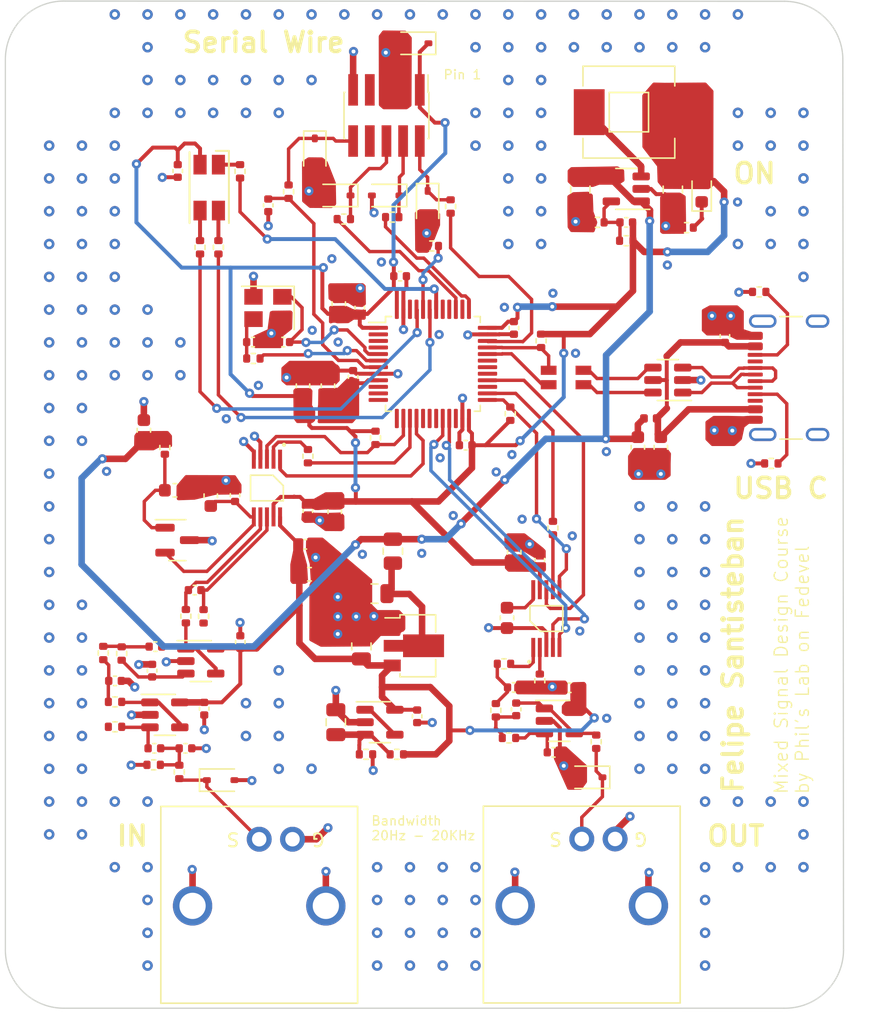
<source format=kicad_pcb>
(kicad_pcb (version 20221018) (generator pcbnew)
  (title_block (title "Proyecto Mixed Signal") (date "2025-01-14") (rev "1.0") (company "Felipe Santisteban") (comment 1 "Fedevel Hardware Course"))
  (layers (0 "F.Cu" signal) (1 "In1.Cu" power) (2 "In2.Cu" power) (31 "B.Cu" signal) (34 "B.Paste" user) (35 "F.Paste" user) (36 "B.SilkS" user "B.Silkscreen") (37 "F.SilkS" user "F.Silkscreen") (38 "B.Mask" user) (39 "F.Mask" user) (44 "Edge.Cuts" user))
  (net 0 "")
  (net 1 "VBUS")
  (net 2 "GND")
  (net 3 "+5V")
  (net 4 "/Power/+5V_FILT")
  (net 5 "+3.3VA")
  (net 6 "+3V3")
  (net 7 "/Power/BUCK_FB")
  (net 8 "/Power/VREF")
  (net 9 "VDDA")
  (net 10 "/MCU/HSE_IN")
  (net 11 "/MCU/XTAL_IN")
  (net 12 "/MCU/NRST")
  (net 13 "/ADC/IN_RF")
  (net 14 "/ADC/IN_BUF")
  (net 15 "Net-(C303-Pad1)")
  (net 16 "/ADC/IN_AA_BUF_IN")
  (net 17 "Net-(C305-Pad1)")
  (net 18 "/ADC/IN_AA_BUF_OUT")
  (net 19 "/ADC/ADC_IN+")
  (net 20 "/ADC/ADC_IN-")
  (net 21 "/ADC/ADC_VREF_VIN")
  (net 22 "/ADC/ADC_VREF")
  (net 23 "/DAC/DAC_VREF")
  (net 24 "Net-(C403-Pad1)")
  (net 25 "/DAC/OUT_AA_BUF_IN")
  (net 26 "Net-(C405-Pad1)")
  (net 27 "/DAC/OUT_AA_BUF_OUT")
  (net 28 "/MCU/LED_G_K")
  (net 29 "/MCU/LED_R_K")
  (net 30 "/MCU/LED_B_K")
  (net 31 "/Power/LED_PWR_K")
  (net 32 "/MCU/CONN_SWDIO")
  (net 33 "/MCU/CONN_SWCLK")
  (net 34 "/MCU/CONN_SWO")
  (net 35 "/MCU/CONN_NRST")
  (net 36 "/ADC/IN")
  (net 37 "/DAC/OUT")
  (net 38 "/MCU/USB_CONN_CC1")
  (net 39 "/MCU/USB_CONN_D+")
  (net 40 "/MCU/USB_CONN_D-")
  (net 42 "/MCU/USB_CONN_CC2")
  (net 47 "/MCU/USB_CMC_D+")
  (net 48 "/MCU/USB_CMC_D-")
  (net 49 "/MCU/USB_D-")
  (net 50 "/MCU/USB_D+")
  (net 51 "/Power/BUCK_SW")
  (net 52 "/MCU/BOOT0")
  (net 53 "/MCU/HSE_OUT")
  (net 54 "SPI2_NSS")
  (net 55 "SPI1_NSS")
  (net 56 "/MCU/TIM4_CH3")
  (net 57 "/MCU/TIM4_CH1")
  (net 58 "/MCU/TIM4_CH2")
  (net 59 "/MCU/SWDIO")
  (net 60 "/MCU/SWCLK")
  (net 61 "/MCU/SWO")
  (net 62 "Net-(R302-Pad2)")
  (net 63 "/ADC/IN_BUF_OUT")
  (net 64 "Net-(R307-Pad2)")
  (net 65 "SPI1_SCK")
  (net 66 "/ADC/ADC_SCLK")
  (net 67 "SPI2_SCK")
  (net 68 "/DAC/DAC_SCLK")
  (net 69 "/DAC/DAC_OUT_B")
  (net 70 "/DAC/DAC_OUT_A")
  (net 78 "SPI1_MISO")
  (net 82 "DAC_NCLR")
  (net 83 "DAC_NLDAC")
  (net 86 "SPI2_MOSI")
  (net 94 "/Power/VCOM")
  (footprint "Package_QFP:LQFP-48_7x7mm_P0.5mm" (layer "F.Cu") (at 154.25 59.1375)
    (fp_text reference "U3" hide)
    (fp_text value "STM32F103CBT6")
  )
  (footprint "Capacitor_SMD:C_0805_2012Metric" (layer "F.Cu") (at 172.54 45.85 -90)
    (fp_text reference "C105" hide)
    (fp_text value "22u")
  )
  (footprint "Capacitor_SMD:C_0603_1608Metric" (layer "F.Cu") (at 146.7675 70.3975 -90)
    (fp_text reference "C315" hide)
    (fp_text value "10u")
  )
  (footprint "mis footprints:AMPHENOL-BNC-031-5640-1010" (layer "F.Cu") (at 141.01 95.37 180)
    (fp_text reference "J300" hide)
    (fp_text value "031-5640-1010")
  )
  (footprint "Capacitor_SMD:C_0402_1005Metric" (layer "F.Cu") (at 133.1 80.69)
    (fp_text reference "C305" hide)
    (fp_text value "1n")
  )
  (footprint "Resistor_SMD:R_0402_1005Metric" (layer "F.Cu") (at 155.6 47.14 90)
    (fp_text reference "R210" hide)
    (fp_text value "49R9")
  )
  (footprint "Resistor_SMD:R_0805_2012Metric" (layer "F.Cu") (at 151.2 73.4125 90)
    (fp_text reference "R100" hide)
    (fp_text value "10R")
  )
  (footprint "Capacitor_SMD:C_0603_1608Metric" (layer "F.Cu") (at 144.35 60.8125 90)
    (fp_text reference "C207" hide)
    (fp_text value "1u")
  )
  (footprint "mis footprints:MWSA0603S" (layer "F.Cu") (at 169.19 39.95)
    (fp_text reference "L101" hide)
    (fp_text value "15u")
  )
  (footprint "Crystal:Crystal_SMD_3225-4Pin_3.2x2.5mm" (layer "F.Cu") (at 141.675 54.875 180)
    (fp_text reference "Y200" hide)
    (fp_text value "16MHz")
  )
  (footprint "Resistor_SMD:R_0402_1005Metric" (layer "F.Cu") (at 180.05 66.725 180)
    (fp_text reference "R205" hide)
    (fp_text value "5k1")
  )
  (footprint "Capacitor_SMD:C_0402_1005Metric" (layer "F.Cu") (at 136.82 85.42 -90)
    (fp_text reference "C302" hide)
    (fp_text value "100n")
  )
  (footprint "Resistor_SMD:R_0402_1005Metric" (layer "F.Cu") (at 132.965 89.7)
    (fp_text reference "R301" hide)
    (fp_text value "2M2")
  )
  (footprint "Resistor_SMD:R_0402_1005Metric" (layer "F.Cu") (at 143.25 46.01 90)
    (fp_text reference "R213" hide)
    (fp_text value "49R9")
  )
  (footprint "Resistor_SMD:R_0402_1005Metric" (layer "F.Cu") (at 149.15 88.9 180)
    (fp_text reference "R105" hide)
    (fp_text value "1k")
  )
  (footprint "Resistor_SMD:R_0402_1005Metric" (layer "F.Cu") (at 130.02 86.8 180)
    (fp_text reference "R302" hide)
    (fp_text value "2M2")
  )
  (footprint "Resistor_SMD:R_0402_1005Metric" (layer "F.Cu") (at 130.02 84.9)
    (fp_text reference "R303" hide)
    (fp_text value "6k8")
  )
  (footprint "Inductor_SMD:L_0402_1005Metric" (layer "F.Cu") (at 145.315 63.1875 180)
    (fp_text reference "L200" hide)
    (fp_text value "10n")
  )
  (footprint "MountingHole:MountingHole_3.2mm_M3" (layer "F.Cu") (at 126.4 36.05)
    (fp_text reference "H3" hide)
    (fp_text value "MountingHole")
  )
  (footprint "Capacitor_SMD:C_0402_1005Metric" (layer "F.Cu") (at 153.05 86 -90)
    (fp_text reference "C108" hide)
    (fp_text value "100n")
  )
  (footprint "Capacitor_SMD:C_0402_1005Metric" (layer "F.Cu") (at 130.02 83.3)
    (fp_text reference "C303" hide)
    (fp_text value "1n")
  )
  (footprint "Resistor_SMD:R_0402_1005Metric" (layer "F.Cu") (at 135.42 78.37 -90)
    (fp_text reference "R306" hide)
    (fp_text value "1k")
  )
  (footprint "Capacitor_SMD:C_0603_1608Metric" (layer "F.Cu") (at 169.875 65.495 -90)
    (fp_text reference "C101" hide)
    (fp_text value "1u")
  )
  (footprint "Capacitor_SMD:C_0402_1005Metric" (layer "F.Cu") (at 140.535 57.475)
    (fp_text reference "C209" hide)
    (fp_text value "10p")
  )
  (footprint "LED_SMD:LED_RGB_1210" (layer "F.Cu") (at 137.2 45.7 -90)
    (fp_text reference "D1" hide)
    (fp_text value "LED_GARB")
  )
  (footprint "Capacitor_SMD:C_0402_1005Metric" (layer "F.Cu") (at 162.4 74.08 90)
    (fp_text reference "C401" hide)
    (fp_text value "100n")
  )
  (footprint "Capacitor_SMD:C_0402_1005Metric" (layer "F.Cu") (at 151.75 52.45)
    (fp_text reference "C204" hide)
    (fp_text value "100n")
  )
  (footprint "Resistor_SMD:R_0402_1005Metric" (layer "F.Cu") (at 168.99 49.75)
    (fp_text reference "R101" hide)
    (fp_text value "100k")
  )
  (footprint "Capacitor_SMD:C_0402_1005Metric" (layer "F.Cu") (at 142.845 57.475 180)
    (fp_text reference "C208" hide)
    (fp_text value "10p")
  )
  (footprint "Capacitor_SMD:C_0402_1005Metric" (layer "F.Cu") (at 139.57 80.34 90)
    (fp_text reference "C306" hide)
    (fp_text value "100n")
  )
  (footprint "Capacitor_SMD:C_0402_1005Metric" (layer "F.Cu") (at 160.6 85.47 90)
    (fp_text reference "C405" hide)
    (fp_text value "1n")
  )
  (footprint "LED_SMD:LED_0603_1608Metric" (layer "F.Cu") (at 174.74 46 90)
    (fp_text reference "D100" hide)
    (fp_text value "GREEN")
  )
  (footprint "Resistor_SMD:R_0402_1005Metric" (layer "F.Cu") (at 136.77 78.38 -90)
    (fp_text reference "R307" hide)
    (fp_text value "1k")
  )
  (footprint "Resistor_SMD:R_0402_1005Metric" (layer "F.Cu") (at 163.4 71.65 -90)
    (fp_text reference "R400" hide)
    (fp_text value "0R")
  )
  (footprint "MountingHole:MountingHole_3.2mm_M3" (layer "F.Cu") (at 126.95 102.85)
    (fp_text reference "H1" hide)
    (fp_text value "MountingHole")
  )
  (footprint "Resistor_SMD:R_0402_1005Metric" (layer "F.Cu") (at 149.875 64.775 -90)
    (fp_text reference "R203" hide)
    (fp_text value "10k")
  )
  (footprint "Resistor_SMD:R_0402_1005Metric" (layer "F.Cu") (at 129.125 81.175 -90)
    (fp_text reference "R304" hide)
    (fp_text value "22k")
  )
  (footprint "Capacitor_SMD:C_0402_1005Metric" (layer "F.Cu") (at 148.17 60.13 90)
    (fp_text reference "C205" hide)
    (fp_text value "10n")
  )
  (footprint "Resistor_SMD:R_0402_1005Metric" (layer "F.Cu") (at 154.165 50.15 180)
    (fp_text reference "R200" hide)
    (fp_text value "10k")
  )
  (footprint "Resistor_SMD:R_0402_1005Metric" (layer "F.Cu") (at 151.15 47.95)
    (fp_text reference "R211" hide)
    (fp_text value "49R9")
  )
  (footprint "Capacitor_SMD:C_0805_2012Metric" (layer "F.Cu") (at 149.8 76.65 180)
    (fp_text reference "C102" hide)
    (fp_text value "22u")
  )
  (footprint "Resistor_SMD:R_0402_1005Metric" (layer "F.Cu") (at 160.15 62.935 90)
    (fp_text reference "R202" hide)
    (fp_text value "10k")
  )
  (footprint "Diode_SMD:D_SOD-323" (layer "F.Cu") (at 146.92 46.3 180)
    (fp_text reference "D204" hide)
    (fp_text value "PESD3V3L1BA,115")
  )
  (footprint "Resistor_SMD:R_0402_1005Metric" (layer "F.Cu") (at 134.92 90.24 -90)
    (fp_text reference "R300" hide)
    (fp_text value "1k")
  )
  (footprint "Resistor_SMD:R_0402_1005Metric" (layer "F.Cu") (at 173.59 48.75)
    (fp_text reference "R103" hide)
    (fp_text value "1k")
  )
  (footprint "Resistor_SMD:R_0402_1005Metric" (layer "F.Cu") (at 144.725 66.175 90)
    (fp_text reference "R309" hide)
    (fp_text value "0R")
  )
  (footprint "Capacitor_SMD:C_0805_2012Metric" (layer "F.Cu") (at 148.8 80.675 90)
    (fp_text reference "C103" hide)
    (fp_text value "22u")
  )
  (footprint "Resistor_SMD:R_0402_1005Metric" (layer "F.Cu") (at 162.4 83.29 -90)
    (fp_text reference "R401" hide)
    (fp_text value "10k")
  )
  (footprint "mis footprints:AMPHENOL-BNC-031-5640-1010" (layer "F.Cu") (at 165.6 95.35 180)
    (fp_text reference "J400" hide)
    (fp_text value "031-5640-1010")
  )
  (footprint "Connector_USB:USB_C_Receptacle_GCT_USB4105-xx-A_16P_TopMnt_Horizontal" (layer "F.Cu") (at 182.5 60.2 90)
    (fp_text reference "J1" hide)
    (fp_text value "USB_C_Receptacle_USB2.0_16P")
  )
  (footprint "Package_TO_SOT_SMD:SOT-23-5" (layer "F.Cu") (at 136.5575 81.79)
    (fp_text reference "U301" hide)
    (fp_text value "MCP6001T-E/OT")
  )
  (footprint "Resistor_SMD:R_0402_1005Metric" (layer "F.Cu") (at 137.9 50.25 90)
    (fp_text reference "R209" hide)
    (fp_text value "1k")
  )
  (footprint "mis footprints:CMC-1206" (layer "F.Cu") (at 164.4 60.175 180)
    (fp_text reference "L1" hide)
    (fp_text value "CMF3216F-900-2P-T")
  )
  (footprint "Resistor_SMD:R_0402_1005Metric" (layer "F.Cu") (at 139.55 44.46 90)
    (fp_text reference "R208" hide)
    (fp_text value "1k")
  )
  (footprint "Capacitor_SMD:C_0402_1005Metric" (layer "F.Cu") (at 144.7175 70.3475 -90)
    (fp_text reference "C314" hide)
    (fp_text value "100n")
  )
  (footprint "Connector_PinHeader_1.27mm:PinHeader_2x05_P1.27mm_Vertical_SMD" (layer "F.Cu") (at 150.71 40.2 -90)
    (fp_text reference "J201" hide)
    (fp_text value "2x5 1.27mm")
  )
  (footprint "Package_TO_SOT_SMD:SOT-23-5" (layer "F.Cu") (at 168.99 45.8 180)
    (fp_text reference "U101" hide)
    (fp_text value "TLV62569DBV")
  )
  (footprint "Capacitor_SMD:C_0402_1005Metric" (layer "F.Cu") (at 156.75 65.3375 180)
    (fp_text reference "C202" hide)
    (fp_text value "100n")
  )
  (footprint "Capacitor_SMD:C_0402_1005Metric" (layer "F.Cu") (at 160.42 83.8)
    (fp_text reference "C403" hide)
    (fp_text value "1n")
  )
  (footprint "Resistor_SMD:R_0402_1005Metric" (layer "F.Cu") (at 166.7 87.94 90)
    (fp_text reference "R405" hide)
    (fp_text value "49R9")
  )
  (footprint "Capacitor_SMD:C_0603_1608Metric" (layer "F.Cu") (at 144.8425 75.1725)
    (fp_text reference "C312" hide)
    (fp_text value "10u")
  )
  (footprint "Capacitor_SMD:C_0402_1005Metric" (layer "F.Cu") (at 144.51 72.89)
    (fp_text reference "C313" hide)
    (fp_text value "100n")
  )
  (footprint "Diode_SMD:D_SOD-323" (layer "F.Cu") (at 145.25 43 -90)
    (fp_text reference "D205" hide)
    (fp_text value "PESD3V3L1BA,115")
  )
  (footprint "Capacitor_SMD:C_0805_2012Metric" (layer "F.Cu") (at 146.85 86.45 90)
    (fp_text reference "C107" hide)
    (fp_text value "22u")
  )
  (footprint "Resistor_SMD:R_0402_1005Metric" (layer "F.Cu") (at 147.46 48.1)
    (fp_text reference "R212" hide)
    (fp_text value "49R9")
  )
  (footprint "Capacitor_SMD:C_0603_1608Metric" (layer "F.Cu") (at 134.5925 68.7725)
    (fp_text reference "C309" hide)
    (fp_text value "10u")
  )
  (footprint "Capacitor_SMD:C_0603_1608Metric" (layer "F.Cu") (at 159.9 78.5 -90)
    (fp_text reference "C402" hide)
    (fp_text value "1u")
  )
  (footprint "Capacitor_SMD:C_0603_1608Metric" (layer "F.Cu") (at 160.45 73.5 90)
    (fp_text reference "C400" hide)
    (fp_text value "10u")
  )
  (footprint "Inductor_SMD:L_0402_1005Metric" (layer "F.Cu") (at 170.825 63.295 180)
    (fp_text reference "L100" hide)
    (fp_text value "10n")
  )
  (footprint "Diode_SMD:D_SOD-323" (layer "F.Cu") (at 150.65 46.3 180)
    (fp_text reference "D203" hide)
    (fp_text value "PESD3V3L1BA,115")
  )
  (footprint "Capacitor_SMD:C_0402_1005Metric" (layer "F.Cu") (at 132.85 82.52 90)
    (fp_text reference "C304" hide)
    (fp_text value "150p")
  )
  (footprint "Resistor_SMD:R_0402_1005Metric" (layer "F.Cu") (at 151.5 88.9)
    (fp_text reference "R104" hide)
    (fp_text value "1k")
  )
  (footprint "Resistor_SMD:R_0402_1005Metric" (layer "F.Cu") (at 160.05 87.65 180)
    (fp_text reference "R404" hide)
    (fp_text value "12k")
  )
  (footprint "Package_TO_SOT_SMD:SOT-23" (layer "F.Cu") (at 134.7675 72.5725)
    (fp_text reference "U302" hide)
    (fp_text value "REF3033AIDBZT")
  )
  (footprint "Resistor_SMD:R_0402_1005Metric" (layer "F.Cu") (at 140.565 58.725 180)
    (fp_text reference "R201" hide)
    (fp_text value "0R")
  )
  (footprint "MountingHole:MountingHole_3.2mm_M3" (layer "F.Cu") (at 181 36.05)
    (fp_text reference "H4" hide)
    (fp_text value "MountingHole")
  )
  (footprint "Capacitor_SMD:C_0402_1005Metric" (layer "F.Cu") (at 160.425 56.395 -90)
    (fp_text reference "C203" hide)
    (fp_text value "100n")
  )
  (footprint "Resistor_SMD:R_0402_1005Metric" (layer "F.Cu") (at 159.67 82)
    (fp_text reference "R402" hide)
    (fp_text value "6k8")
  )
  (footprint "Capacitor_SMD:C_0402_1005Metric" (layer "F.Cu") (at 148.675 54.8525 90)
    (fp_text reference "C201" hide)
    (fp_text value "100n")
  )
  (footprint "Capacitor_SMD:C_0402_1005Metric" (layer "F.Cu") (at 136.09 76.38)
    (fp_text reference "C307" hide)
    (fp_text value "150p")
  )
  (footprint "mis footprints:VSSOP-10" (layer "F.Cu") (at 141.6 68.6 180)
    (fp_text reference "U303" hide)
    (fp_text value "ADC141S626_14Bit")
  )
  (footprint "Resistor_SMD:R_0402_1005Metric" (layer "F.Cu") (at 136.5 50.25 90)
    (fp_text reference "R207" hide)
    (fp_text value "1k")
  )
  (footprint "Capacitor_SMD:C_0603_1608Metric" (layer "F.Cu") (at 132.2175 64.1975 90)
    (fp_text reference "C308" hide)
    (fp_text value "10u")
  )
  (footprint "Resistor_SMD:R_0402_1005Metric" (layer "F.Cu") (at 159.05 85.54 90)
    (fp_text reference "R403" hide)
    (fp_text value "22k")
  )
  (footprint "Capacitor_SMD:C_0402_1005Metric" (layer "F.Cu") (at 141.7 47.05 -90)
    (fp_text reference "C212" hide)
    (fp_text value "100n")
  )
  (footprint "Resistor_SMD:R_0402_1005Metric" (layer "F.Cu") (at 162.5 57.3775 -90)
    (fp_text reference "R204" hide)
    (fp_text value "1k5")
  )
  (footprint "Capacitor_SMD:C_0603_1608Metric" (layer "F.Cu") (at 147.075 54.5525 90)
    (fp_text reference "C200" hide)
    (fp_text value "10u")
  )
  (footprint "Resistor_SMD:R_0402_1005Metric" (layer "F.Cu") (at 179.125 53.65 180)
    (fp_text reference "R206" hide)
    (fp_text value "5k1")
  )
  (footprint "Package_TO_SOT_SMD:SOT-23-6" (layer "F.Cu") (at 172.16 60.37 180)
    (fp_text reference "U201" hide)
    (fp_text value "USBLC6-2SC6")
  )
  (footprint "Diode_SMD:D_SOD-323" (layer "F.Cu") (at 152.86 34.7 180)
    (fp_text reference "D201" hide)
    (fp_text value "PESD3V3L1BA,115")
  )
  (footprint "Capacitor_SMD:C_0402_1005Metric" (layer "F.Cu") (at 139.1675 69.1425 90)
    (fp_text reference "C311" hide)
    (fp_text value "100n")
  )
  (footprint "Package_TO_SOT_SMD:SOT-23-5" (layer "F.Cu") (at 133.82 85.89)
    (fp_text reference "U300" hide)
    (fp_text value "MCP6001T-E/OT")
  )
  (footprint "Capacitor_SMD:C_0603_1608Metric" (layer "F.Cu") (at 146.25 60.8125 90)
    (fp_text reference "C206" hide)
    (fp_text value "1u")
  )
  (footprint "MountingHole:MountingHole_3.2mm_M3" (layer "F.Cu") (at 180.6 102.8)
    (fp_text reference "H2" hide)
    (fp_text value "MountingHole")
  )
  (footprint "Diode_SMD:D_SOD-323" (layer "F.Cu") (at 153.85 47 -90)
    (fp_text reference "D202" hide)
    (fp_text value "PESD3V3L1BA,115")
  )
  (footprint "Package_TO_SOT_SMD:SOT-23-5" (layer "F.Cu") (at 163.8875 86.35)
    (fp_text reference "U401" hide)
    (fp_text value "MCP6001T-E/OT")
  )
  (footprint "Capacitor_SMD:C_0402_1005Metric" (layer "F.Cu") (at 133.02 88.44)
    (fp_text reference "C301" hide)
    (fp_text value "100n")
  )
  (footprint "Capacitor_SMD:C_0402_1005Metric" (layer "F.Cu") (at 135.39 88.44)
    (fp_text reference "C300" hide)
    (fp_text value "150p")
  )
  (footprint "Resistor_SMD:R_0402_1005Metric" (layer "F.Cu") (at 166.79 48.35)
    (fp_text reference "R102" hide)
    (fp_text value "22k")
  )
  (footprint "Resistor_SMD:R_0402_1005Metric" (layer "F.Cu") (at 130.525 81.215 90)
    (fp_text reference "R305" hide)
    (fp_text value "12k")
  )
  (footprint "mis footprints:VSSOP-10" (layer "F.Cu") (at 162.9 78.55)
    (fp_text reference "U400" hide)
    (fp_text value "DAC7563SDGSR")
  )
  (footprint "Capacitor_SMD:C_0603_1608Metric" (layer "F.Cu") (at 171.625 65.495 -90)
    (fp_text reference "C100" hide)
    (fp_text value "1u")
  )
  (footprint "Capacitor_SMD:C_0402_1005Metric" (layer "F.Cu") (at 134.8 44.43 -90)
    (fp_text reference "C211" hide)
    (fp_text value "100n")
  )
  (footprint "Resistor_SMD:R_0402_1005Metric" (layer "F.Cu") (at 133.8175 65.5125 90)
    (fp_text reference "R308" hide)
    (fp_text value "49R9")
  )
  (footprint "Capacitor_SMD:C_0402_1005Metric" (layer "F.Cu") (at 168.99 48.35 180)
    (fp_text reference "C106" hide)
    (fp_text value "DNP")
  )
  (footprint "Diode_SMD:D_SOD-323" (layer "F.Cu") (at 138.07 90.865)
    (fp_text reference "D300" hide)
    (fp_text value "PESD3V3L1BA,115")
  )
  (footprint "Capacitor_SMD:C_0402_1005Metric" (layer "F.Cu") (at 176.51 57.02 90)
    (fp_text reference "C210" hide)
    (fp_text value "100n")
  )
  (footprint "Package_TO_SOT_SMD:SOT-23-5" (layer "F.Cu") (at 150.2125 86.45)
    (fp_text reference "U102" hide)
    (fp_text value "MCP6001T-E/OT")
  )
  (footprint "Diode_SMD:D_SOD-323" (layer "F.Cu") (at 166.125 90.65 180)
    (fp_text reference "D400" hide)
    (fp_text value "PESD3V3L1BA,115")
  )
  (footprint "Capacitor_SMD:C_0402_1005Metric" (layer "F.Cu") (at 164.67 83.825 180)
    (fp_text reference "C406" hide)
    (fp_text value "100n")
  )
  (footprint "Package_TO_SOT_SMD:SOT-89-3" (layer "F.Cu") (at 153.1 80.625)
    (fp_text reference "U100" hide)
    (fp_text value "HT7533-1")
  )
  (footprint "Capacitor_SMD:C_0603_1608Metric" (layer "F.Cu") (at 137.3175 69.1925 90)
    (fp_text reference "C310" hide)
    (fp_text value "10u")
  )
  (footprint "Capacitor_SMD:C_0805_2012Metric" (layer "F.Cu") (at 165.49 45.85 -90)
    (fp_text reference "C104" hide)
    (fp_text value "22u")
  )
  (footprint "Capacitor_SMD:C_0402_1005Metric" (layer "F.Cu") (at 163.45 88.75)
    (fp_text reference "C404" hide)
    (fp_text value "150p")
  )
  (gr_arc (start 181.05 31.498877) (mid 184.232578 32.838137) (end 185.5 36.05) (stroke (width 0.1)) (layer "Edge.Cuts"))
  (gr_arc (start 121.66074 35.932578) (mid 123 32.75) (end 126.211863 31.482578) (stroke (width 0.1)) (layer "Edge.Cuts"))
  (gr_arc (start 126.111863 108.251123) (mid 122.929285 106.911863) (end 121.661863 103.7) (stroke (width 0.1)) (layer "Edge.Cuts"))
  (gr_line (start 181.05 31.498877) (end 126.211863 31.482578) (stroke (width 0.1)) (layer "Edge.Cuts"))
  (gr_line (start 126.111863 108.251123) (end 181 108.25) (stroke (width 0.1)) (layer "Edge.Cuts"))
  (gr_line (start 121.66074 35.932578) (end 121.661863 103.7) (stroke (width 0.1)) (layer "Edge.Cuts"))
  (gr_arc (start 185.551123 103.8) (mid 184.211863 106.982578) (end 181 108.25) (stroke (width 0.1)) (layer "Edge.Cuts"))
  (gr_line (start 185.551123 103.8) (end 185.5 36.05) (stroke (width 0.1)) (layer "Edge.Cuts"))
  (gr_text "Pin 1" (at 155 37.5) (layer "F.SilkS") (effects (font (size 0.7 0.7) (thickness 0.1)) (justify left bottom)))
  (gr_text "Mixed Signal Design Course \nby Phil's Lab on Fedevel" (at 183 92 90) (layer "F.SilkS") (effects (font (size 1 1) (thickness 0.1)) (justify left bottom)))
  (gr_text "Felipe Santisteban" (at 178 92 90) (layer "F.SilkS") (effects (font (size 1.5 1.5) (thickness 0.3) bold) (justify left bottom)))
  (gr_text "OUT" (at 175 96) (layer "F.SilkS") (effects (font (size 1.5 1.5) (thickness 0.3) bold) (justify left bottom)))
  (gr_text "USB C" (at 177 69.5) (layer "F.SilkS") (effects (font (size 1.5 1.5) (thickness 0.3) bold) (justify left bottom)))
  (gr_text "ON" (at 177 45.5) (layer "F.SilkS") (effects (font (size 1.5 1.5) (thickness 0.3) bold) (justify left bottom)))
  (gr_text "IN" (at 130 96) (layer "F.SilkS") (effects (font (size 1.5 1.5) (thickness 0.3) bold) (justify left bottom)))
  (gr_text "Serial Wire" (at 135 35.5) (layer "F.SilkS") (effects (font (size 1.5 1.5) (thickness 0.3) bold) (justify left bottom)))
  (gr_text "Bandwidth\n20Hz - 20KHz" (at 149.5 95.5) (layer "F.SilkS") (effects (font (size 0.7 0.7) (thickness 0.1)) (justify left bottom)))
  (segment (start 172.075 58.575) (end 172.075 58.55) (width 0.5) (layer "F.Cu") (net 1))
  (segment (start 171.31 63.295) (end 172.085 62.52) (width 0.5) (layer "F.Cu") (net 1))
  (segment (start 171.0225 60.37) (end 172.07 60.37) (width 0.3) (layer "F.Cu") (net 1))
  (segment (start 172.085 60.385) (end 172.085 62.52) (width 0.3) (layer "F.Cu") (net 1))
  (segment (start 178.82 62.6) (end 173.745 62.6) (width 0.5) (layer "F.Cu") (net 1))
  (segment (start 173.745 62.6) (end 171.625 64.72) (width 0.5) (layer "F.Cu") (net 1))
  (segment (start 172.07 60.37) (end 172.075 60.375) (width 0.3) (layer "F.Cu") (net 1))
  (segment (start 172.075 58.55) (end 173.125 57.5) (width 0.5) (layer "F.Cu") (net 1))
  (segment (start 171.516974 60.37) (end 171.0225 60.37) (width 0.5) (layer "F.Cu") (net 1))
  (segment (start 171.4 63.385) (end 171.4 64.495) (width 0.5) (layer "F.Cu") (net 1))
  (segment (start 171.4 64.495) (end 171.625 64.72) (width 0.5) (layer "F.Cu") (net 1))
  (segment (start 176.81 57.8) (end 176.51 57.5) (width 0.5) (layer "F.Cu") (net 1))
  (segment (start 178.82 57.8) (end 176.81 57.8) (width 0.5) (layer "F.Cu") (net 1))
  (segment (start 171.31 63.295) (end 171.4 63.385) (width 0.5) (layer "F.Cu") (net 1))
  (segment (start 172.075 60.375) (end 172.075 58.575) (width 0.3) (layer "F.Cu") (net 1))
  (segment (start 173.125 57.5) (end 176.51 57.5) (width 0.5) (layer "F.Cu") (net 1))
  (segment (start 172.07 60.37) (end 172.085 60.385) (width 0.3) (layer "F.Cu") (net 1))
  (segment (start 170.1275 45.8) (end 170.875 45.8) (width 0.3) (layer "F.Cu") (net 2))
  (segment (start 132.6825 85.89) (end 131.285 85.89) (width 0.5) (layer "F.Cu") (net 2))
  (segment (start 159.32 56.875) (end 160.425 56.875) (width 0.3) (layer "F.Cu") (net 2))
  (segment (start 141.1 65.1) (end 140.65 64.65) (width 0.3) (layer "F.Cu") (net 2))
  (segment (start 136.82 85.9) (end 136.82 87.02) (width 0.3) (layer "F.Cu") (net 2))
  (segment (start 150.0875 59.8875) (end 148.4075 59.8875) (width 0.3) (layer "F.Cu") (net 2))
  (segment (start 137.3725 72.5725) (end 137.425 72.625) (width 0.5) (layer "F.Cu") (net 2))
  (segment (start 170.68 97.945) (end 170.725 97.9) (width 0.5) (layer "F.Cu") (net 2))
  (segment (start 149.6 46.3) (end 149.6 47.446912) (width 0.3) (layer "F.Cu") (net 2))
  (segment (start 141.7 47.53) (end 141.7 48.62) (width 0.3) (layer "F.Cu") (net 2))
  (segment (start 162.575 79.275) (end 159.9 79.275) (width 0.3) (layer "F.Cu") (net 2))
  (segment (start 179.54 66.725) (end 178.5 66.725) (width 0.3) (layer "F.Cu") (net 2))
  (segment (start 158.525 79.275) (end 158.5 79.25) (width 0.3) (layer "F.Cu") (net 2))
  (segment (start 147.8 86.45) (end 149.075 86.45) (width 0.5) (layer "F.Cu") (net 2))
  (segment (start 143.55 95.37) (end 145.38 95.37) (width 0.5) (layer "F.Cu") (net 2))
  (segment (start 149.66 88.9) (end 149.66 90.085) (width 0.3) (layer "F.Cu") (net 2))
  (segment (start 140.6 66.4) (end 140.6 65.825) (width 0.3) (layer "F.Cu") (net 2))
  (segment (start 148.17 35.355) (end 148.2 35.325) (width 0.5) (layer "F.Cu") (net 2))
  (segment (start 135.87 88.44) (end 136.965 88.44) (width 0.3) (layer "F.Cu") (net 2))
  (segment (start 160.52 100.43) (end 160.52 97.895) (width 0.5) (layer "F.Cu") (net 2))
  (segment (start 148.675 54.195) (end 148.2575 53.7775) (width 0.3) (layer "F.Cu") (net 2))
  (segment (start 148.675 54.3725) (end 148.675 54.195) (width 0.3) (layer "F.Cu") (net 2))
  (segment (start 177.6 53.65) (end 177.575 53.675) (width 0.3) (layer "F.Cu") (net 2))
  (segment (start 156.5 63.3) (end 156.5 61.76) (width 0.3) (layer "F.Cu") (net 2))
  (segment (start 132.2175 62.0125) (end 132.22 62.01) (width 0.5) (layer "F.Cu") (net 2))
  (segment (start 148.17 38.25) (end 148.17 35.355) (width 0.5) (layer "F.Cu") (net 2))
  (segment (start 140.575 54.025) (end 140.575 52.4575) (width 0.5) (layer "F.Cu") (net 2))
  (segment (start 156.5 64.16) (end 156.27 64.39) (width 0.3) (layer "F.Cu") (net 2))
  (segment (start 134.8 44.91) (end 133.63 44.91) (width 0.3) (layer "F.Cu") (net 2))
  (segment (start 171.94 46.2) (end 172.54 46.8) (width 0.3) (layer "F.Cu") (net 2))
  (segment (start 136.82 87.02) (end 136.825 87.025) (width 0.3) (layer "F.Cu") (net 2))
  (segment (start 150.0875 59.8875) (end 151.5775 59.8875) (width 0.3) (layer "F.Cu") (net 2))
  (segment (start 131.285 85.89) (end 131.275 85.9) (width 0.5) (layer "F.Cu") (net 2))
  (segment (start 174.67 60.37) (end 174.675 60.375) (width 0.5) (layer "F.Cu") (net 2))
  (segment (start 152.23 53.305) (end 152.23 52.45) (width 0.3) (layer "F.Cu") (net 2))
  (segment (start 156.9525 56.8875) (end 156.91 56.93) (width 0.3) (layer "F.Cu") (net 2))
  (segment (start 146.85 85.5) (end 146.85 84.025) (width 0.5) (layer "F.Cu") (net 2))
  (segment (start 131.050002 83.3) (end 131.525002 83.775) (width 0.5) (layer "F.Cu") (net 2))
  (segment (start 152 54.975) (end 152 53.575) (width 0.3) (layer "F.Cu") (net 2))
  (segment (start 136.965 88.44) (end 136.975 88.45) (width 0.3) (layer "F.Cu") (net 2))
  (segment (start 141.1 66.4) (end 141.1 65.1) (width 0.3) (layer "F.Cu") (net 2))
  (segment (start 171.275 46.2) (end 171.94 46.2) (width 0.3) (layer "F.Cu") (net 2))
  (segment (start 130.5 83.3) (end 131.050002 83.3) (width 0.5) (layer "F.Cu") (net 2))
  (segment (start 135.705 72.5725) (end 137.3725 72.5725) (width 0.5) (layer "F.Cu") (net 2))
  (segment (start 153.05 86.48) (end 154.195 86.48) (width 0.3) (layer "F.Cu") (net 2))
  (segment (start 151.5775 59.8875) (end 151.58 59.89) (width 0.3) (layer "F.Cu") (net 2))
  (segment (start 173.2975 60.37) (end 174.67 60.37) (width 0.5) (layer "F.Cu") (net 2))
  (segment (start 145.38 95.37) (end 146.25 94.5) (width 0.5) (layer "F.Cu") (net 2))
  (segment (start 146.6375 59.65) (end 146.25 60.0375) (width 0.3) (layer "F.Cu") (net 2))
  (segment (start 163.412499 86.35) (end 163.93 86.867501) (width 0.3) (layer "F.Cu") (net 2))
  (segment (start 162.9 80.75) (end 162.9 79.6) (width 0.3) (layer "F.Cu") (net 2))
  (segment (start 139.57 79.86) (end 139.57 78.87) (width 0.3) (layer "F.Cu") (net 2))
  (segment (start 149.6 47.446912) (end 149.764044 47.610956) (width 0.3) (layer "F.Cu") (net 2))
  (segment (start 168.14 94.76) (end 169.275 93.625) (width 0.5) (layer "F.Cu") (net 2))
  (segment (start 132.85 82.04) (end 131.845 82.04) (width 0.5) (layer "F.Cu") (net 2))
  (segment (start 148.17 59.65) (end 146.6375 59.65) (width 0.3) (layer "F.Cu") (net 2))
  (segment (start 140.415 90.865) (end 140.45 90.9) (width 0.3) (layer "F.Cu") (net 2))
  (segment (start 178.615 53.65) (end 177.6 53.65) (width 0.3) (layer "F.Cu") (net 2))
  (segment (start 139.57 78.87) (end 139.55 78.85) (width 0.3) (layer "F.Cu") (net 2))
  (segment (start 135.42 81.79) (end 133.985 81.79) (width 0.3) (layer "F.Cu") (net 2))
  (segment (start 162.9 79.6) (end 162.575 79.275) (width 0.3) (layer "F.Cu") (net 2))
  (segment (start 154.195 86.48) (end 154.2 86.475) (width 0.3) (layer "F.Cu") (net 2))
  (segment (start 148.4075 59.8875) (end 148.17 59.65) (width 0.3) (layer "F.Cu") (net 2))
  (segment (start 131.845 82.04) (end 131.83 82.055) (width 0.5) (layer "F.Cu") (net 2))
  (segment (start 152 56.51) (end 152.01 56.52) (width 0.3) (layer "F.Cu") (net 2))
  (segment (start 146.09 97.835) (end 146.1 97.825) (width 0.5) (layer "F.Cu") (net 2))
  (segment (start 148.2575 53.7775) (end 147.075 53.7775) (width 0.3) (layer "F.Cu") (net 2))
  (segment (start 132.455 89.7) (end 131.275 89.7) (width 0.3) (layer "F.Cu") (net 2))
  (segment (start 131.275 89.7) (end 131.25 89.725) (width 0.3) (layer "F.Cu") (net 2))
  (segment (start 146.09 100.45) (end 146.09 97.835) (width 0.5) (layer "F.Cu") (net 2))
  (segment (start 133.63 44.91) (end 133.62 44.92) (width 0.3) (layer "F.Cu") (net 2))
  (segment (start 163.93 86.867501) (end 163.93 88.75) (width 0.3) (layer "F.Cu") (net 2))
  (segment (start 135.93 100.45) (end 135.93 97.705) (width 0.5) (layer "F.Cu") (net 2))
  (segment (start 160.52 97.895) (end 160.5 97.875) (width 0.5) (layer "F.Cu") (net 2))
  (segment (start 152.25 53.325) (end 152.23 53.305) (width 0.3) (layer "F.Cu") (net 2))
  (segment (start 159.3075 56.8875) (end 159.32 56.875) (width 0.3) (layer "F.Cu") (net 2))
  (segment (start 162.75 86.35) (end 163.412499 86.35) (width 0.3) (layer "F.Cu") (net 2))
  (segment (start 135.93 97.705) (end 135.9 97.675) (width 0.5) (layer "F.Cu") (net 2))
  (segment (start 140.6 65.825) (end 139.825 65.05) (width 0.3) (layer "F.Cu") (net 2))
  (segment (start 132.2175 63.4225) (end 132.2175 62.0125) (width 0.5) (layer "F.Cu") (net 2))
  (segment (start 159.9 79.275) (end 158.525 79.275) (width 0.3) (layer "F.Cu") (net 2))
  (segment (start 170.875 45.8) (end 171.275 46.2) (width 0.3) (layer "F.Cu") (net 2))
  (segment (start 156.5 63.3) (end 156.5 64.16) (width 0.3) (layer "F.Cu") (net 2))
  (segment (start 133.985 81.79) (end 133.925 81.85) (width 0.3) (layer "F.Cu") (net 2))
  (segment (start 156.27 64.39) (end 156.27 65.3375) (width 0.3) (layer "F.Cu") (net 2))
  (segment (start 149.66 90.085) (end 149.7 90.125) (width 0.3) (layer "F.Cu") (net 2))
  (segment (start 152 53.575) (end 152.25 53.325) (width 0.3) (layer "F.Cu") (net 2))
  (segment (start 152 54.975) (end 152 56.51) (width 0.3) (layer "F.Cu") (net 2))
  (segment (start 168.14 95.35) (end 168.14 94.76) (width 0.5) (layer "F.Cu") (net 2))
  (segment (start 158.4125 56.8875) (end 156.9525 56.8875) (width 0.3) (layer "F.Cu") (net 2))
  (segment (start 139.12 90.865) (end 140.415 90.865) (width 0.3) (layer "F.Cu") (net 2))
  (segment (start 170.68 100.43) (end 170.68 97.945) (width 0.5) (layer "F.Cu") (net 2))
  (segment (start 158.4125 56.8875) (end 159.3075 56.8875) (width 0.3) (layer "F.Cu") (net 2))
  (segment (start 156.5 61.76) (end 156.51 61.75) (width 0.3) (layer "F.Cu") (net 2))
  (segment (start 146.85 85.5) (end 147.8 86.45) (width 0.5) (layer "F.Cu") (net 2))
  (via (at 154.725 56.9) (size 0.7) (drill 0.3) (layers "F.Cu" "B.Cu") (net 2))
  (via (at 127.5 60) (size 0.8) (drill 0.4) (layers "F.Cu" "B.Cu") (net 2))
  (via (at 135.9 97.675) (size 0.7) (drill 0.3) (layers "F.Cu" "B.Cu") (net 2))
  (via (at 150 100) (size 0.8) (drill 0.4) (layers "F.Cu" "B.Cu") (net 2))
  (via (at 175 87.5) (size 0.8) (drill 0.4) (layers "F.Cu" "B.Cu") (net 2))
  (via (at 155 32.5) (size 0.8) (drill 0.4) (layers "F.Cu" "B.Cu") (net 2))
  (via (at 172.5 90) (size 0.8) (drill 0.4) (layers "F.Cu" "B.Cu") (net 2))
  (via (at 175 72.5) (size 0.8) (drill 0.4) (layers "F.Cu" "B.Cu") (net 2))
  (via (at 125 92.5) (size 0.8) (drill 0.4) (layers "F.Cu" "B.Cu") (net 2))
  (via (at 125 62.5) (size 0.8) (drill 0.4) (layers "F.Cu" "B.Cu") (net 2))
  (via (at 137.5 32.5) (size 0.8) (drill 0.4) (layers "F.Cu" "B.Cu") (net 2))
  (via (at 127.5 62.5) (size 0.8) (drill 0.4) (layers "F.Cu" "B.Cu") (net 2))
  (via (at 130 60) (size 0.8) (drill 0.4) (layers "F.Cu" "B.Cu") (net 2))
  (via (at 127.5 45) (size 0.8) (drill 0.4) (layers "F.Cu" "B.Cu") (net 2))
  (via (at 170 75) (size 0.8) (drill 0.4) (layers "F.Cu" "B.Cu") (net 2))
  (via (at 180 97.5) (size 0.8) (drill 0.4) (layers "F.Cu" "B.Cu") (net 2))
  (via (at 130 45) (size 0.8) (drill 0.4) (layers "F.Cu" "B.Cu") (net 2))
  (via (at 172.5 77.5) (size 0.8) (drill 0.4) (layers "F.Cu" "B.Cu") (net 2))
  (via (at 125 77.5) (size 0.8) (drill 0.4) (layers "F.Cu" "B.Cu") (net 2))
  (via (at 131.525002 83.775) (size 0.7) (drill 0.3) (layers "F.Cu" "B.Cu") (net 2))
  (via (at 170 70) (size 0.8) (drill 0.4) (layers "F.Cu" "B.Cu") (net 2))
  (via (at 125 87.5) (size 0.8) (drill 0.4) (layers "F.Cu" "B.Cu") (net 2))
  (via (at 125 82.5) (size 0.8) (drill 0.4) (layers "F.Cu" "B.Cu") (net 2))
  (via (at 127.5 80) (size 0.8) (drill 0.4) (layers "F.Cu" "B.Cu") (net 2))
  (via (at 180 47.5) (size 0.8) (drill 0.4) (layers "F.Cu" "B.Cu") (net 2))
  (via (at 125 42.5) (size 0.8) (drill 0.4) (layers "F.Cu" "B.Cu") (net 2))
  (via (at 172.5 85) (size 0.8) (drill 0.4) (layers "F.Cu" "B.Cu") (net 2))
  (via (at 127.5 55) (size 0.8) (drill 0.4) (layers "F.Cu" "B.Cu") (net 2))
  (via (at 162.5 47.5) (size 0.8) (drill 0.4) (layers "F.Cu" "B.Cu") (net 2))
  (via (at 127.5 50) (size 0.8) (drill 0.4) (layers "F.Cu" "B.Cu") (net 2))
  (via (at 127.5 82.5) (size 0.8) (drill 0.4) (layers "F.Cu" "B.Cu") (net 2))
  (via (at 175 97.5) (size 0.8) (drill 0.4) (layers "F.Cu" "B.Cu") (net 2))
  (via (at 141.7 48.62) (size 0.7) (drill 0.3) (layers "F.Cu" "B.Cu") (net 2))
  (via (at 178.5 66.725) (size 0.7) (drill 0.3) (layers "F.Cu" "B.Cu") (net 2))
  (via (at 174.675 60.375) (size 0.7) (drill 0.3) (layers "F.Cu" "B.Cu") (net 2))
  (via (at 130 42.5) (size 0.8) (drill 0.4) (layers "F.Cu" "B.Cu") (net 2))
  (via (at 125 95) (size 0.8) (drill 0.4) (layers "F.Cu" "B.Cu") (net 2))
  (via (at 165.125 58.325) (size 0.7) (drill 0.3) (layers "F.Cu" "B.Cu") (net 2))
  (via (at 146.1 97.825) (size 0.7) (drill 0.3) (layers "F.Cu" "B.Cu") (net 2))
  (via (at 177.5 32.5) (size 0.8) (drill 0.4) (layers "F.Cu" "B.Cu") (net 2))
  (via (at 125 75) (size 0.8) (drill 0.4) (layers "F.Cu" "B.Cu") (net 2))
  (via (at 172.5 75) (size 0.8) (drill 0.4) (layers "F.Cu" "B.Cu") (net 2))
  (via (at 140 40) (size 0.8) (drill 0.4) (layers "F.Cu" "B.Cu") (net 2))
  (via (at 170 77.5) (size 0.8) (drill 0.4) (layers "F.Cu" "B.Cu") (net 2))
  (via (at 150.66 35.41) (size 0.7) (drill 0.3) (layers "F.Cu" "B.Cu") (net 2))
  (via (at 172.5 35) (size 0.8) (drill 0.4) (layers "F.Cu" "B.Cu") (net 2))
  (via (at 140.45 90.9) (size 0.7) (drill 0.3) (layers "F.Cu" "B.Cu") (net 2))
  (via (at 135 57.5) (size 0.8) (drill 0.4) (layers "F.Cu" "B.Cu") (net 2))
  (via (at 135 40) (size 0.8) (drill 0.4) (layers "F.Cu" "B.Cu") (net 2))
  (via (at 154.2 86.475) (size 0.7) (drill 0.3) (layers "F.Cu" "B.Cu") (net 2))
  (via (at 127.5 87.5) (size 0.8) (drill 0.4) (layers "F.Cu" "B.Cu") (net 2))
  (via (at 180 42.5) (size 0.8) (drill 0.4) (layers "F.Cu" "B.Cu") (net 2))
  (via (at 133.62 44.92) (size 0.7) (drill 0.3) (layers "F.Cu" "B.Cu") (net 2))
  (via (at 127.5 77.5) (size 0.8) (drill 0.4) (layers "F.Cu" "B.Cu") (net 2))
  (via (at 140.575 52.4575) (size 0.7) (drill 0.3) (layers "F.Cu" "B.Cu") (net 2))
  (via (at 170 32.5) (size 0.8) (drill 0.4) (layers "F.Cu" "B.Cu") (net 2))
  (via (at 147 76.9) (size 0.7) (drill 0.3) (layers "F.Cu" "B.Cu") (net 2))
  (via (at 152.5 100) (size 0.8) (drill 0.4) (layers "F.Cu" "B.Cu") (net 2))
  (via (at 160 35) (size 0.8) (drill 0.4) (layers "F.Cu" "B.Cu") (net 2))
  (via (at 142.5 37.5) (size 0.8) (drill 0.4) (layers "F.Cu" "B.Cu") (net 2))
  (via (at 175 92.5) (size 0.8) (drill 0.4) (layers "F.Cu" "B.Cu") (net 2))
  (via (at 170 82.5) (size 0.8) (drill 0.4) (layers "F.Cu" "B.Cu") (net 2))
  (via (at 132.5 55) (size 0.8) (drill 0.4) (layers "F.Cu" "B.Cu") (net 2))
  (via (at 127.5 47.5) (size 0.8) (drill 0.4) (layers "F.Cu" "B.Cu") (net 2))
  (via (at 127.5 95) (size 0.8) (drill 0.4) (layers "F.Cu" "B.Cu") (net 2))
  (via (at 182.5 45) (size 0.8) (drill 0.4) (layers "F.Cu" "B.Cu") (net 2))
  (via (at 162.5 40) (size 0.8) (drill 0.4) (layers "F.Cu" "B.Cu") (net 2))
  (via (at 175 102.5) (size 0.8) (drill 0.4) (layers "F.Cu" "B.Cu") (net 2))
  (via (at 145.05 56.575) (size 0.7) (drill 0.3) (layers "F.Cu" "B.Cu") (net 2))
  (via (at 162.5 50) (size 0.8) (drill 0.4) (layers "F.Cu" "B.Cu") (net 2))
  (via (at 153.775 49.175) (size 0.7) (drill 0.3) (layers "F.Cu" "B.Cu") (net 2))
  (via (at 162.5 35) (size 0.8) (drill 0.4) (layers "F.Cu" "B.Cu") (net 2))
  (via (at 152.5 105) (size 0.8) (drill 0.4) (layers "F.Cu" "B.Cu") (net 2))
  (via (at 131.25 89.725) (size 0.7) (drill 0.3) (layers "F.Cu" "B.Cu") (net 2))
  (via (at 136.975 88.45) (size 0.7) (drill 0.3) (layers "F.Cu" "B.Cu") (net 2))
  (via (at 177.575 53.675) (size 0.7) (drill 0.3) (layers "F.Cu" "B.Cu") (net 2))
  (via (at 167.5 35) (size 0.8) (drill 0.4) (layers "F.Cu" "B.Cu") (net 2))
  (via (at 175 70) (size 0.8) (drill 0.4) (layers "F.Cu" "B.Cu") (net 2))
  (via (at 125 55) (size 0.8) (drill 0.4) (layers "F.Cu" "B.Cu") (net 2))
  (via (at 143.1 60.175) (size 0.7) (drill 0.3) (layers "F.Cu" "B.Cu") (net 2))
  (via (at 162.5 32.5) (size 0.8) (drill 0.4) (layers "F.Cu" "B.Cu") (net 2))
  (via (at 170.725 97.9) (size 0.7) (drill 0.3) (layers "F.Cu" "B.Cu") (net 2))
  (via (at 170 80) (size 0.8) (drill 0.4) (layers "F.Cu" "B.Cu") (net 2))
  (via (at 125 45) (size 0.8) (drill 0.4) (layers "F.Cu" "B.Cu") (net 2))
  (via (at 170 87.5) (size 0.8) (drill 0.4) (layers "F.Cu" "B.Cu") (net 2))
  (via (at 130 57.5) (size 0.8) (drill 0.4) (layers "F.Cu" "B.Cu") (net 2))
  (via (at 132.5 92.5) (size 0.8) (drill 0.4) (layers "F.Cu" "B.Cu") (net 2))
  (via (at 142.5 87.5) (size 0.8) (drill 0.4) (layers "F.Cu" "B.Cu") (net 2))
  (via (at 125 57.5) (size 0.8) (drill 0.4) (layers "F.Cu" "B.Cu") (net 2))
  (via (at 177.5 50) (size 0.8) (drill 0.4) (layers "F.Cu" "B.Cu") (net 2))
  (via (at 131.275 85.9) (size 0.7) (drill 0.3) (layers "F.Cu" "B.Cu") (net 2))
  (via (at 162.5 37.5) (size 0.8) (drill 0.4) (layers "F.Cu" "B.Cu") (net 2))
  (via (at 151.58 59.89) (size 0.7) (drill 0.3) (layers "F.Cu" "B.Cu") (net 2))
  (via (at 170 72.5) (size 0.8) (drill 0.4) (layers "F.Cu" "B.Cu") (net 2))
  (via (at 148.875 73.65) (size 0.7) (drill 0.3) (layers "F.Cu" "B.Cu") (net 2))
  (via (at 165.13 48.29) (size 0.7) (drill 0.3) (layers "F.Cu" "B.Cu") (net 2))
  (via (at 140 32.5) (size 0.8) (drill 0.4) (layers "F.Cu" "B.Cu") (net 2))
  (via (at 125 65) (size 0.8) (drill 0.4) (layers "F.Cu" "B.Cu") (net 2))
  (via (at 167.5 32.5) (size 0.8) (drill 0.4) (layers "F.Cu" "B.Cu") (net 2))
  (via (at 132.5 105) (size 0.8) (drill 0.4) (layers "F.Cu" "B.Cu") (net 2))
  (via (at 182.5 52.5) (size 0.8) (drill 0.4) (layers "F.Cu" "B.Cu") (net 2))
  (via (at 175 77.5) (size 0.8) (drill 0.4) (layers "F.Cu" "B.Cu") (net 2))
  (via (at 152.01 56.52) (size 0.7) (drill 0.3) (layers "F.Cu" "B.Cu") (net 2))
  (via (at 175 85) (size 0.8) (drill 0.4) (layers "F.Cu" "B.Cu") (net 2))
  (via (at 146.85 84.025) (size 0.7) (drill 0.3) (layers "F.Cu" "B.Cu") (net 2))
  (via (at 140.95 60.775) (size 0.7) (drill 0.3) (layers "F.Cu" "B.Cu") (net 2))
  (via (at 177.5 42.5) (size 0.8) (drill 0.4) (layers "F.Cu" "B.Cu") (net 2))
  (via (at 164.875 72.25) (size 0.7) (drill 0.3) (layers "F.Cu" "B.Cu") (net 2))
  (via (at 157.5 102.5) (size 0.8) (drill 0.4) (layers "F.Cu" "B.Cu") (net 2))
  (via (at 163.35 83.75) (size 0.7) (drill 0.3) (layers "F.Cu" "B.Cu") (net 2))
  (via (at 160.5 97.875) (size 0.7) (drill 0.3) (layers "F.Cu" "B.Cu") (net 2))
  (via (at 130 97.5) (size 0.8) (drill 0.4) (layers "F.Cu" "B.Cu") (net 2))
  (via (at 127.5 85) (size 0.8) (drill 0.4) (layers "F.Cu" "B.Cu") (net 2))
  (via (at 150 32.5) (size 0.8) (drill 0.4) (layers "F.Cu" "B.Cu") (net 2))
  (via (at 132.5 102.5) (size 0.8) (drill 0.4) (layers "F.Cu" "B.Cu") (net 2))
  (via (at 156.91 56.93) (size 0.7) (drill 0.3) (layers "F.Cu" "B.Cu") (net 2))
  (via (at 164.225 89.775) (size 0.7) (drill 0.3) (layers "F.Cu" "B.Cu") (net 2))
  (via (at 180 92.5) (size 0.8) (drill 0.4) (layers "F.Cu" "B.Cu") (net 2))
  (via (at 130 47.5) (size 0.8) (drill 0.4) (layers "F.Cu" "B.Cu") (net 2))
  (via (at 132.5 37.5) (size 0.8) (drill 0.4) (layers "F.Cu" "B.Cu") (net 2))
  (via (at 163.4 53.75) (size 0.7) (drill 0.3) (layers "F.Cu" "B.Cu") (net 2))
  (via (at 132.5 40) (size 0.8) (drill 0.4) (layers "F.Cu" "B.Cu") (net 2))
  (via (at 177.5 97.5) (size 0.8) (drill 0.4) (layers "F.Cu" "B.Cu") (net 2))
  (via (at 142.5 90) (size 0.8) (drill 0.4) (layers "F.Cu" "B.Cu") (net 2))
  (via (at 175 32.5) (size 0.8) (drill 0.4) (layers "F.Cu" "B.Cu") (net 2))
  (via (at 160 40) (size 0.8) (drill 0.4) (layers "F.Cu" "B.Cu") (net 2))
  (via (at 170 90) (size 0.8) (drill 0.4) (layers "F.Cu" "B.Cu") (net 2))
  (via (at 132.5 35) (size 0.8) (drill 0.4) (layers "F.Cu" "B.Cu") (net 2))
  (via (at 155.8 70.7) (size 0.7) (drill 0.3) (layers "F.Cu" "B.Cu") (net 2))
  (via (at 154.8 66.3) (size 0.7) (drill 0.3) (layers "F.Cu" "B.Cu") (net 2))
  (via (at 147 79.725) (size 0.7) (drill 0.3) (layers "F.Cu" "B.Cu") (net 2))
  (via (at 160 47.5) (size 0.8) (drill 0.4) (layers "F.Cu" "B.Cu") (net 2))
  (via (at 160 45) (size 0.8) (drill 0.4) (layers "F.Cu" "B.Cu") (net 2))
  (via (at 127.5 45) (size 0.8) (drill 0.4) (layers "F.Cu" "B.Cu") (net 2))
  (via (at 130 55) (size 0.8) (drill 0.4) (layers "F.Cu" "B.Cu") (net 2))
  (via (at 150 105) (size 0.8) (drill 0.4) (layers "F.Cu" "B.Cu") (net 2))
  (via (at 147.025 57.475) (size 0.7) (drill 0.3) (layers "F.Cu" "B.Cu") (net 2))
  (via (at 148.2 35.325) (size 0.7) (drill 0.3) (layers "F.Cu" "B.Cu") (net 2))
  (via (at 137.5 37.5) (size 0.8) (drill 0.4) (layers "F.Cu" "B.Cu") (net 2))
  (via (at 172.5 72.5) (size 0.8) (drill 0.4) (layers "F.Cu" "B.Cu") (net 2))
  (via (at 155 97.5) (size 0.8) (drill 0.4) (layers "F.Cu" "B.Cu") (net 2))
  (via (at 182.5 42.5) (size 0.8) (drill 0.4) (layers "F.Cu" "B.Cu") (net 2))
  (via (at 152.5 97.5) (size 0.8) (drill 0.4) (layers "F.Cu" "B.Cu") (net 2))
  (via (at 182.5 92.5) (size 0.8) (drill 0.4) (layers "F.Cu" "B.Cu") (net 2))
  (via (at 175 82.5) (size 0.8) (drill 0.4) (layers "F.Cu" "B.Cu") (net 2))
  (via (at 146.25 94.5) (size 0.7) (drill 0.3) (layers "F.Cu" "B.Cu") (net 2))
  (via (at 142.5 40) (size 0.8) (drill 0.4) (layers "F.Cu" "B.Cu") (net 2))
  (via (at 160.275 66.05) (size 0.7) (drill 0.3) (layers "F.Cu" "B.Cu") (net 2))
  (via (at 152.5 32.5) (size 0.8) (drill 0.4) (layers "F.Cu" "B.Cu") (net 2))
  (via (at 148.4 78.4) (size 0.7) (drill 0.3) (layers "F.Cu" "B.Cu") (net 2))
  (via (at 130 52.5) (size 0.8) (drill 0.4) (layers "F.Cu" "B.Cu") (net 2))
  (via (at 135 60) (size 0.8) (drill 0.4) (layers "F.Cu" "B.Cu") (net 2))
  (via (at 157.5 100) (size 0.8) (drill 0.4) (layers "F.Cu" "B.Cu") (net 2))
  (via (at 147 78.4) (size 0.7) (drill 0.3) (layers "F.Cu" "B.Cu") (net 2))
  (via (at 177.475 46.8) (size 0.7) (drill 0.3) (layers "F.Cu" "B.Cu") (net 2))
  (via (at 180 50) (size 0.8) (drill 0.4) (layers "F.Cu" "B.Cu") (net 2))
  (via (at 145.31 73.89) (size 0.7) (drill 0.3) (layers "F.Cu" "B.Cu") (net 2))
  (via (at 172.5 32.5) (size 0.8) (drill 0.4) (layers "F.Cu" "B.Cu") (net 2))
  (via (at 169.275 93.625) (size 0.7) (drill 0.3) (layers "F.Cu" "B.Cu") (net 2))
  (via (at 127.5 65) (size 0.8) (drill 0.4) (layers "F.Cu" "B.Cu") (net 2))
  (via (at 175.525 55.475) (size 0.7) (drill 0.3) (layers "F.Cu" "B.Cu") (net 2))
  (via (at 125 85) (size 0.8) (drill 0.4) (layers "F.Cu" "B.Cu") (net 2))
  (via (at 159.075 67.375) (size 0.7) (drill 0.3) (layers "F.Cu" "B.Cu") (net 2))
  (via (at 127.5 57.5) (size 0.8) (drill 0.4) (layers "F.Cu" "B.Cu") (net 2))
  (via (at 145 37.5) (size 0.8) (drill 0.4) (layers "F.Cu" "B.Cu") (net 2))
  (via (at 130 32.5) (size 0.8) (drill 0.4) (layers "F.Cu" "B.Cu") (net 2))
  (via (at 133.925 81.85) (size 0.7) (drill 0.3) (layers "F.Cu" "B.Cu") (net 2))
  (via (at 140 37.5) (size 0.8) (drill 0.4) (layers "F.Cu" "B.Cu") (net 2))
  (via (at 139.55 78.85) (size 0.7) (drill 0.3) (layers "F.Cu" "B.Cu") (net 2))
  (via (at 127.5 52.5) (size 0.8) (drill 0.4) (layers "F.Cu" "B.Cu") (net 2))
  (via (at 157.5 35) (size 0.8) (drill 0.4) (layers "F.Cu" "B.Cu") (net 2))
  (via (at 125 72.5) (size 0.8) (drill 0.4) (layers "F.Cu" "B.Cu") (net 2))
  (via (at 169.925 67.525) (size 0.7) (drill 0.3) (layers "F.Cu" "B.Cu") (net 2))
  (via (at 125 80) (size 0.8) (drill 0.4) (layers "F.Cu" "B.Cu") (net 2))
  (via (at 161.625 72.875) (size 0.7) (drill 0.3) (layers "F.Cu" "B.Cu") (net 2))
  (via (at 131.83 82.055) (size 0.7) (drill 0.3) (layers "F.Cu" "B.Cu") (net 2))
  (via (at 125 47.5) (size 0.8) (drill 0.4) (layers "F.Cu" "B.Cu") (net 2))
  (via (at 175.7 64.2) (size 0.7) (drill 0.3) (layers "F.Cu" "B.Cu") (net 2))
  (via (at 172.5 80) (size 0.8) (drill 0.4) (layers "F.Cu" "B.Cu") (net 2))
  (via (at 127.5 92.5) (size 0.8) (drill 0.4) (layers "F.Cu" "B.Cu") (net 2))
  (via (at 130 50) (size 0.8) (drill 0.4) (layers "F.Cu" "B.Cu") (net 2))
  (via (at 135 32.5) (size 0.8) (drill 0.4) (layers "F.Cu" "B.Cu") (net 2))
  (via (at 150 102.5) (size 0.8) (drill 0.4) (layers "F.Cu" "B.Cu") (net 2))
  (via (at 167.5 86.15) (size 0.7) (drill 0.3) (layers "F.Cu" "B.Cu") (net 2))
  (via (at 172.5 80) (size 0.8) (drill 0.4) (layers "F.Cu" "B.Cu") (net 2))
  (via (at 170 85) (size 0.8) (drill 0.4) (layers "F.Cu" "B.Cu") (net 2))
  (via (at 145 32.5) (size 0.8) (drill 0.4) (layers "F.Cu" "B.Cu") (net 2))
  (via (at 149.764044 47.610956) (size 0.7) (drill 0.3) (layers "F.Cu" "B.Cu") (net 2))
  (via (at 182.5 47.5) (size 0.8) (drill 0.4) (layers "F.Cu" "B.Cu") (net 2))
  (via (at 158.5 79.25) (size 0.7) (drill 0.3) (layers "F.Cu" "B.Cu") (net 2))
  (via (at 148.705 53.365) (size 0.7) (drill 0.3) (layers "F.Cu" "B.Cu") (net 2))
  (via (at 160 50) (size 0.8) (drill 0.4) (layers "F.Cu" "B.Cu") (net 2))
  (via (at 132.5 57.5) (size 0.8) (drill 0.4) (layers "F.Cu" "B.Cu") (net 2))
  (via (at 125 60) (size 0.8) (drill 0.4) (layers "F.Cu" "B.Cu") (net 2))
  (via (at 182.5 40) (size 0.8) (drill 0.4) (layers "F.Cu" "B.Cu") (net 2))
  (via (at 157.5 32.5) (size 0.8) (drill 0.4) (layers "F.Cu" "B.Cu") (net 2))
  (via (at 172.5 70) (size 0.8) (drill 0.4) (layers "F.Cu" "B.Cu") (net 2))
  (via (at 142.5 82.5) (size 0.8) (drill 0.4) (layers "F.Cu" "B.Cu") (net 2))
  (via (at 165.45 79.5) (size 0.7) (drill 0.3) (layers "F.Cu" "B.Cu") (net 2))
  (via (at 149.75 78.375) (size 0.7) (drill 0.3) (layers "F.Cu" "B.Cu") (net 2))
  (via (at 182.5 97.5) (size 0.8) (drill 0.4) (layers "F.Cu" "B.Cu") (net 2))
  (via (at 175 105) (size 0.8) (drill 0.4) (layers "F.Cu" "B.Cu") (net 2))
  (via (at 175 90) (size 0.8) (drill 0.4) (layers "F.Cu" "B.Cu") (net 2))
  (via (at 132.22 62.01) (size 0.7) (drill 0.3) (layers "F.Cu" "B.Cu") (net 2))
  (via (at 175 100) (size 0.8) (drill 0.4) (layers "F.Cu" "B.Cu") (net 2))
  (via (at 155 105) (size 0.8) (drill 0.4) (layers "F.Cu" "B.Cu") (net 2))
  (via (at 170 35) (size 0.8) (drill 0.4) (layers "F.Cu" "B.Cu") (net 2))
  (via (at 165 32.5) (size 0.8) (drill 0.4) (layers "F.Cu" "B.Cu") (net 2))
  (via (at 157.5 97.5) (size 0.8) (drill 0.4) (layers "F.Cu" "B.Cu") (net 2))
  (via (at 137.425 72.625) (size 0.7) (drill 0.3) (layers "F.Cu" "B.Cu") (net 2))
  (via (at 180 40) (size 0.8) (drill 0.4) (layers "F.Cu" "B.Cu") (net 2))
  (via (at 182.5 50) (size 0.8) (drill 0.4) (layers "F.Cu" "B.Cu") (net 2))
  (via (at 171.625 67.525) (size 0.7) (drill 0.3) (layers "F.Cu" "B.Cu") (net 2))
  (via (at 150 97.5) (size 0.8) (drill 0.4) (layers "F.Cu" "B.Cu") (net 2))
  (via (at 135 37.5) (size 0.8) (drill 0.4) (layers "F.Cu" "B.Cu") (net 2))
  (via (at 145.62 71.07) (size 0.7) (drill 0.3) (layers "F.Cu" "B.Cu") (net 2))
  (via (at 152.5 102.5) (size 0.8) (drill 0.4) (layers "F.Cu" "B.Cu") (net 2))
  (via (at 125 70) (size 0.8) (drill 0.4) (layers "F.Cu" "B.Cu") (net 2))
  (via (at 155 100) (size 0.8) (drill 0.4) (layers "F.Cu" "B.Cu") (net 2))
  (via (at 132.5 100) (size 0.8) (drill 0.4) (layers "F.Cu" "B.Cu") (net 2))
  (via (at 147.5 32.5) (size 0.8) (drill 0.4) (layers "F.Cu" "B.Cu") (net 2))
  (via (at 172 48.625) (size 0.7) (drill 0.3) (layers "F.Cu" "B.Cu") (net 2))
  (via (at 138.5 63.325) (size 0.7) (drill 0.3) (layers "F.Cu" "B.Cu") (net 2))
  (via (at 144.8 45.96) (size 0.7) (drill 0.3) (layers "F.Cu" "B.Cu") (net 2))
  (via (at 127.5 42.5) (size 0.8) (drill 0.4) (layers "F.Cu" "B.Cu") (net 2))
  (via (at 162.5 45) (size 0.8) (drill 0.4) (layers "F.Cu" "B.Cu") (net 2))
  (via (at 159.7 54.825) (size 0.7) (drill 0.3) (layers "F.Cu" "B.Cu") (net 2))
  (via (at 142.5 32.5) (size 0.8) (drill 0.4) (layers "F.Cu" "B.Cu") (net 2))
  (via (at 161.05 70.975) (size 0.7) (drill 0.3) (layers "F.Cu" "B.Cu") (net 2))
  (via (at 130 40) (size 0.8) (drill 0.4) (layers "F.Cu" "B.Cu") (net 2))
  (via (at 125 67.5) (size 0.8) (drill 0.4) (layers "F.Cu" "B.Cu") (net 2))
  (via (at 142.5 85) (size 0.8) (drill 0.4) (layers "F.Cu" "B.Cu") (net 2))
  (via (at 160 37.5) (size 0.8) (drill 0.4) (layers "F.Cu" "B.Cu") (net 2))
  (via (at 157.5 105) (size 0.8) (drill 0.4) (layers "F.Cu" "B.Cu") (net 2))
  (via (at 140.65 64.65) (size 0.7) (drill 0.3) (layers "F.Cu" "B.Cu") (net 2))
  (via (at 136.825 87.025) (size 0.7) (drill 0.3) (layers "F.Cu" "B.Cu") (net 2))
  (via (at 129.375 67.325) (size 0.7) (drill 0.3) (layers "F.Cu" "B.Cu") (net 2))
  (via (at 160 32.5) (size 0.8) (drill 0.4) (layers "F.Cu" "B.Cu") (net 2))
  (via (at 125 50) (size 0.8) (drill 0.4) (layers "F.Cu" "B.Cu") (net 2))
  (via (at 177.5 40) (size 0.8) (drill 0.4) (layers "F.Cu" "B.Cu") (net 2))
  (via (at 172.5 82.5) (size 0.8) (drill 0.4) (layers "F.Cu" "B.Cu") (net 2))
  (via (at 182.5 95) (size 0.8) (drill 0.4) (layers "F.Cu" "B.Cu") (net 2))
  (via (at 160 42.5) (size 0.8) (drill 0.4) (layers "F.Cu" "B.Cu") (net 2))
  (via (at 172.5 87.5) (size 0.8) (drill 0.4) (layers "F.Cu" "B.Cu") (net 2))
  (via (at 175 80) (size 0.8) (drill 0.4) (layers "F.Cu" "B.Cu") (net 2))
  (via (at 149.7 90.125) (size 0.7) (drill 0.3) (layers "F.Cu" "B.Cu") (net 2))
  (via (at 157.5 42.5) (size 0.8) (drill 0.4) (layers "F.Cu" "B.Cu") (net 2))
  (via (at 130 92.5) (size 0.8) (drill 0.4) (layers "F.Cu" "B.Cu") (net 2))
  (via (at 139.825 65.05) (size 0.7) (drill 0.3) (layers "F.Cu" "B.Cu") (net 2))
  (via (at 146.55 51.125) (size 0.7) (drill 0.3) (layers "F.Cu" "B.Cu") (net 2))
  (via (at 125 90) (size 0.8) (drill 0.4) (layers "F.Cu" "B.Cu") (net 2))
  (via (at 153.4 73.575) (size 0.7) (drill 0.3) (layers "F.Cu" "B.Cu") (net 2))
  (via (at 155 102.5) (size 0.8) (drill 0.4) (layers "F.Cu" "B.Cu") (net 2))
  (via (at 127.5 90) (size 0.8) (drill 0.4) (layers "F.Cu" "B.Cu") (net 2))
  (via (at 125 52.5) (size 0.8) (drill 0.4) (layers "F.Cu" "B.Cu") (net 2))
  (via (at 137.5 40) (size 0.8) (drill 0.4) (layers "F.Cu" "B.Cu") (net 2))
  (via (at 182.5 92.5) (size 0.8) (drill 0.4) (layers "F.Cu" "B.Cu") (net 2))
  (via (at 175 35) (size 0.8) (drill 0.4) (layers "F.Cu" "B.Cu") (net 2))
  (via (at 141.935 56.8075) (size 0.7) (drill 0.3) (layers "F.Cu" "B.Cu") (net 2))
  (via (at 167.475 65.825) (size 0.7) (drill 0.3) (layers "F.Cu" "B.Cu") (net 2))
  (via (at 176.95 55.475) (size 0.7) (drill 0.3) (layers "F.Cu" "B.Cu") (net 2))
  (via (at 177.5 92.5) (size 0.8) (drill 0.4) (layers "F.Cu" "B.Cu") (net 2))
  (via (at 156.51 61.75) (size 0.7) (drill 0.3) (layers "F.Cu" "B.Cu") (net 2))
  (via (at 132.5 97.5) (size 0.8) (drill 0.4) (layers "F.Cu" "B.Cu") (net 2))
  (via (at 132.5 32.5) (size 0.8) (drill 0.4) (layers "F.Cu" "B.Cu") (net 2))
  (via (at 177.075 64.225) (size 0.7) (drill 0.3) (layers "F.Cu" "B.Cu") (net 2))
  (via (at 172.125 51.6) (size 0.7) (drill 0.3) (layers "F.Cu" "B.Cu") (net 2))
  (via (at 140 85) (size 0.8) (drill 0.4) (layers "F.Cu" "B.Cu") (net 2))
  (via (at 132.5 60) (size 0.8) (drill 0.4) (layers "F.Cu" "B.Cu") (net 2))
  (via (at 138.475 68.025) (size 0.7) (drill 0.3) (layers "F.Cu" "B.Cu") (net 2))
  (via (at 145 90) (size 0.8) (drill 0.4) (layers "F.Cu" "B.Cu") (net 2))
  (via (at 162.5 42.5) (size 0.8) (drill 0.4) (layers "F.Cu" "B.Cu") (net 2))
  (via (at 157.5 40) (size 0.8) (drill 0.4) (layers "F.Cu" "B.Cu") (net 2))
  (via (at 150.325 51.375) (size 0.7) (drill 0.3) (layers "F.Cu" "B.Cu") (net 2))
  (via (at 165 35) (size 0.8) (drill 0.4) (layers "F.Cu" "B.Cu") (net 2))
  (via (at 175 75) (size 0.8) (drill 0.4) (layers "F.Cu" "B.Cu") (net 2))
  (via (at 140 87.5) (size 0.8) (drill 0.4) (layers "F.Cu" "B.Cu") (net 2))
  (segment (start 169.875 63.76) (end 170.34 63.295) (width 0.5) (layer "F.Cu") (net 3))
  (segment (start 156.4 71.3) (end 159.725 67.975) (width 0.5) (layer "F.Cu") (net 3))
  (segment (start 167.425 64.85) (end 169.745 64.85) (width 0.5) (layer "F.Cu") (net 3))
  (segment (start 167.8525 45.1275) (end 167.8525 44.85) (width 0.3) (layer "F.Cu") (net 3))
  (segment (start 169.55 46.75) (end 167.8525 45.0525) (width 0.5) (layer "F.Cu") (net 3))
  (segment (start 151.2 72.5) (end 148.775 72.5) (width 0.5) (layer "F.Cu") (net 3))
  (segment (start 170.8 48.225) (end 170.775 48.25) (width 0.5) (layer "F.Cu") (net 3))
  (segment (start 169.875 64.72) (end 169.875 63.76) (width 0.5) (layer "F.Cu") (net 3))
  (segment (start 156.4 71.325) (end 156.4 71.3) (width 0.5) (layer "F.Cu") (net 3))
  (segment (start 170.8 47.4225) (end 170.8 48.225) (width 0.5) (layer "F.Cu") (net 3))
  (segment (start 129.05 66.375) (end 130.815 66.375) (width 0.5) (layer "F.Cu") (net 3))
  (segment (start 170.1275 46.75) (end 169.55 46.75) (width 0.5) (layer "F.Cu") (net 3))
  (segment (start 167.8525 45.0525) (end 167.8525 44.85) (width 0.5) (layer "F.Cu") (net 3))
  (segment (start 148.775 72.5) (end 148.35 72.925) (width 0.5) (layer "F.Cu") (net 3))
  (segment (start 169.745 64.85) (end 169.875 64.72) (width 0.5) (layer "F.Cu") (net 3))
  (segment (start 151.2 72.5) (end 153.4 72.5) (width 0.5) (layer "F.Cu") (net 3))
  (segment (start 130.815 66.375) (end 132.2175 64.9725) (width 0.5) (layer "F.Cu") (net 3))
  (segment (start 170.1275 46.75) (end 170.8 47.4225) (width 0.5) (layer "F.Cu") (net 3))
  (via (at 153.4 72.5) (size 0.7) (drill 0.3) (layers "F.Cu" "B.Cu") (net 3))
  (via (at 170.775 48.25) (size 0.7) (drill 0.3) (layers "F.Cu" "B.Cu") (net 3))
  (via (at 167.425 64.85) (size 0.7) (drill 0.3) (layers "F.Cu" "B.Cu") (net 3))
  (via (at 156.4 71.325) (size 0.7) (drill 0.3) (layers "F.Cu" "B.Cu") (net 3))
  (via (at 129.05 66.375) (size 0.7) (drill 0.3) (layers "F.Cu" "B.Cu") (net 3))
  (via (at 159.725 67.975) (size 0.7) (drill 0.3) (layers "F.Cu" "B.Cu") (net 3))
  (via (at 148.35 72.925) (size 0.7) (drill 0.3) (layers "F.Cu" "B.Cu") (net 3))
  (segment (start 159.725 67.975) (end 162.85 64.85) (width 0.5) (layer "B.Cu") (net 3))
  (segment (start 128.95 66.375) (end 129.05 66.375) (width 0.5) (layer "B.Cu") (net 3))
  (segment (start 170.775 55.15) (end 167.45 58.475) (width 0.5) (layer "B.Cu") (net 3))
  (segment (start 135.675 80.675) (end 133.725 80.675) (width 0.5) (layer "B.Cu") (net 3))
  (segment (start 127.475 67.85) (end 128.95 66.375) (width 0.5) (layer "B.Cu") (net 3))
  (segment (start 153.4 72.5) (end 155.225 72.5) (width 0.5) (layer "B.Cu") (net 3))
  (segment (start 167.45 64.825) (end 167.425 64.85) (width 0.3) (layer "B.Cu") (net 3))
  (segment (start 130.15 77.1) (end 127.475 74.425) (width 0.5) (layer "B.Cu") (net 3))
  (segment (start 155.225 72.5) (end 156.4 71.325) (width 0.5) (layer "B.Cu") (net 3))
  (segment (start 170.775 48.25) (end 170.775 55.15) (width 0.5) (layer "B.Cu") (net 3))
  (segment (start 133.725 80.675) (end 130.15 77.1) (width 0.5) (layer "B.Cu") (net 3))
  (segment (start 162.85 64.85) (end 167.425 64.85) (width 0.5) (layer "B.Cu") (net 3))
  (segment (start 140.6 80.675) (end 135.675 80.675) (width 0.5) (layer "B.Cu") (net 3))
  (segment (start 127.475 74.425) (end 127.475 67.85) (width 0.5) (layer "B.Cu") (net 3))
  (segment (start 148.35 72.925) (end 140.6 80.675) (width 0.5) (layer "B.Cu") (net 3))
  (segment (start 167.45 58.475) (end 167.45 64.825) (width 0.5) (layer "B.Cu") (net 3))
  (segment (start 153.425 77.65) (end 152.45 76.675) (width 0.5) (layer "F.Cu") (net 4))
  (segment (start 151.2375 80.625) (end 153.2 80.625) (width 0.5) (layer "F.Cu") (net 4))
  (segment (start 153.425 80.4) (end 153.425 77.65) (width 0.5) (layer "F.Cu") (net 4))
  (segment (start 150.775 76.675) (end 150.75 76.65) (width 0.5) (layer "F.Cu") (net 4))
  (segment (start 153.2 80.625) (end 153.425 80.4) (width 0.5) (layer "F.Cu") (net 4))
  (segment (start 152.45 76.675) (end 150.775 76.675) (width 0.5) (layer "F.Cu") (net 4))
  (segment (start 151.1 76.3) (end 151.1 74.425) (width 0.5) (layer "F.Cu") (net 4))
  (segment (start 151.1 74.425) (end 151.2 74.325) (width 0.5) (layer "F.Cu") (net 4))
  (segment (start 150.75 76.65) (end 151.1 76.3) (width 0.5) (layer "F.Cu") (net 4))
  (segment (start 150.375 84.525) (end 150.375 83.775) (width 0.5) (layer "F.Cu") (net 5))
  (segment (start 155.5 87.05) (end 155.5 87.875) (width 0.5) (layer "F.Cu") (net 5))
  (segment (start 153.03 85.5) (end 153.05 85.52) (width 0.3) (layer "F.Cu") (net 5))
  (segment (start 139.57 80.82) (end 140.805 80.82) (width 0.5) (layer "F.Cu") (net 5))
  (segment (start 136.82 84.94) (end 138.16 84.94) (width 0.3) (layer "F.Cu") (net 5))
  (segment (start 151.35 85.5) (end 150.375 84.525) (width 0.5) (layer "F.Cu") (net 5))
  (segment (start 136.82 84.94) (end 134.9575 84.94) (width 0.5) (layer "F.Cu") (net 5))
  (segment (start 154.475 88.9) (end 152.01 88.9) (width 0.5) (layer "F.Cu") (net 5))
  (segment (start 165.025 85.4) (end 165.825 85.4) (width 0.3) (layer "F.Cu") (net 5))
  (segment (start 139.57 83.53) (end 139.57 80.82) (width 0.3) (layer "F.Cu") (net 5))
  (segment (start 151.35 85.5) (end 153.03 85.5) (width 0.3) (layer "F.Cu") (net 5))
  (segment (start 149.3 82.125) (end 148.8 81.625) (width 0.5) (layer "F.Cu") (net 5))
  (segment (start 150.375 82.9) (end 151.15 82.125) (width 0.5) (layer "F.Cu") (net 5))
  (segment (start 137.715 80.82) (end 137.695 80.84) (width 0.3) (layer "F.Cu") (net 5))
  (segment (start 157.075 87.075) (end 155.525 87.075) (width 0.3) (layer "F.Cu") (net 5))
  (segment (start 148.8 81.625) (end 145.275 81.625) (width 0.5) (layer "F.Cu") (net 5))
  (segment (start 144.0675 77.5575) (end 144.0675 75.1725) (width 0.5) (layer "F.Cu") (net 5))
  (segment (start 138.16 84.94) (end 139.57 83.53) (width 0.3) (layer "F.Cu") (net 5))
  (segment (start 155.5 87.875) (end 154.475 88.9) (width 0.5) (layer "F.Cu") (net 5))
  (segment (start 142.6 71.46) (end 144.03 72.89) (width 0.3) (layer "F.Cu") (net 5))
  (segment (start 155.525 87.075) (end 155.5 87.05) (width 0.3) (layer "F.Cu") (net 5))
  (segment (start 150.375 83.775) (end 154.05 83.775) (width 0.5) (layer "F.Cu") (net 5))
  (segment (start 144.075 77.565) (end 144.0675 77.5575) (width 0.5) (layer "F.Cu") (net 5))
  (segment (start 140.805 80.82) (end 144.0675 77.5575) (width 0.5) (layer "F.Cu") (net 5))
  (segment (start 139.57 80.82) (end 137.715 80.82) (width 0.3) (layer "F.Cu") (net 5))
  (segment (start 151.15 82.125) (end 149.3 82.125) (width 0.5) (layer "F.Cu") (net 5))
  (segment (start 145.275 81.625) (end 144.075 80.425) (width 0.5) (layer "F.Cu") (net 5))
  (segment (start 144.075 80.425) (end 144.075 77.565) (width 0.5) (layer "F.Cu") (net 5))
  (segment (start 165.825 85.4) (end 166.55 86.125) (width 0.3) (layer "F.Cu") (net 5))
  (segment (start 150.375 83.775) (end 150.375 82.9) (width 0.5) (layer "F.Cu") (net 5))
  (segment (start 142.6 70.8) (end 142.6 71.46) (width 0.3) (layer "F.Cu") (net 5))
  (segment (start 155.5 85.225) (end 155.5 87.05) (width 0.5) (layer "F.Cu") (net 5))
  (segment (start 154.05 83.775) (end 155.5 85.225) (width 0.5) (layer "F.Cu") (net 5))
  (via (at 157.075 87.075) (size 0.7) (drill 0.3) (layers "F.Cu" "B.Cu") (net 5))
  (via (at 166.55 86.125) (size 0.7) (drill 0.3) (layers "F.Cu" "B.Cu") (net 5))
  (segment (start 165.6 87.075) (end 157.075 87.075) (width 0.3) (layer "B.Cu") (net 5))
  (segment (start 166.55 86.125) (end 165.6 87.075) (width 0.3) (layer "B.Cu") (net 5))
  (segment (start 159.985 55.915) (end 160.425 55.915) (width 0.3) (layer "F.Cu") (net 6))
  (segment (start 153.25 38.25) (end 153.25 35.36) (width 0.3) (layer "F.Cu") (net 6))
  (segment (start 142.1 70.8) (end 142.1 69.825) (width 0.3) (layer "F.Cu") (net 6))
  (segment (start 157.23 65.3375) (end 158.2575 65.3375) (width 0.3) (layer "F.Cu") (net 6))
  (segment (start 158.2575 65.3375) (end 160.15 63.445) (width 0.3) (layer "F.Cu") (net 6))
  (segment (start 146.2525 55.3275) (end 145.825 54.9) (width 0.3) (layer "F.Cu") (net 6))
  (segment (start 142.65 69.275) (end 143.65 69.275) (width 0.3) (layer "F.Cu") (net 6))
  (segment (start 136.12 42.34) (end 135.32 42.34) (width 0.3) (layer "F.Cu") (net 6))
  (segment (start 149.2575 55.3325) (end 151.27 53.32) (width 0.3) (layer "F.Cu") (net 6))
  (segment (start 164.225 58.325) (end 164.225 56.8925) (width 0.3) (layer "F.Cu") (net 6))
  (segment (start 151.27 52.45) (end 151.27 51.395) (width 0.3) (layer "F.Cu") (net 6))
  (segment (start 170.475 50.6) (end 172.125 50.6) (width 0.5) (layer "F.Cu") (net 6))
  (segment (start 157 63.3) (end 157 64.21) (width 0.3) (layer "F.Cu") (net 6))
  (segment (start 169.5 53.575) (end 168.2625 54.8125) (width 0.5) (layer "F.Cu") (net 6))
  (segment (start 150.0875 56.3875) (end 148.8875 56.3875) (width 0.3) (layer "F.Cu") (net 6))
  (segment (start 176.45 46.8) (end 176.45 46) (width 0.5) (layer "F.Cu") (net 6))
  (segment (start 152.6475 69.6225) (end 154.6775 69.6225) (width 0.5) (layer "F.Cu") (net 6))
  (segment (start 157.23 67.07) (end 157.23 65.3375) (width 0.5) (layer "F.Cu") (net 6))
  (segment (start 160.562502 65.3375) (end 160.9 65.000002) (width 0.3) (layer "F.Cu") (net 6))
  (segment (start 151.5 54.975) (end 151.5 53.55) (width 0.3) (layer "F.Cu") (net 6))
  (segment (start 148.705 55.3025) (end 148.675 55.3325) (width 0.3) (layer "F.Cu") (net 6))
  (segment (start 140.275 61.375) (end 140.4875 61.5875) (width 0.3) (layer "F.Cu") (net 6))
  (segment (start 169.5 49.75) (end 169.5 53.575) (width 0.5) (layer "F.Cu") (net 6))
  (segment (start 151.27 51.395) (end 151.25 51.375) (width 0.3) (layer "F.Cu") (net 6))
  (segment (start 149.875 64.265) (end 147.94 64.265) (width 0.3) (layer "F.Cu") (net 6))
  (segment (start 145.025 64.025) (end 144.83 63.83) (width 0.3) (layer "F.Cu") (net 6))
  (segment (start 131.65 43.9) (end 132.9 42.65) (width 0.3) (layer "F.Cu") (net 6))
  (segment (start 145.825 51.875) (end 145.9 51.8) (width 0.3) (layer "F.Cu") (net 6))
  (segment (start 168.2625 54.8125) (end 168.225 54.775) (width 0.5) (layer "F.Cu") (net 6))
  (segment (start 143.65 69.275) (end 143.675 69.25) (width 0.3) (layer "F.Cu") (net 6))
  (segment (start 147.075 55.3275) (end 146.2525 55.3275) (width 0.3) (layer "F.Cu") (net 6))
  (segment (start 148.375 69.6225) (end 148.375 68.6) (width 0.3) (layer "F.Cu") (net 6))
  (segment (start 157.23 64.44) (end 157.23 65.3375) (width 0.3) (layer "F.Cu") (net 6))
  (segment (start 166.2075 56.8675) (end 164.2 56.8675) (width 0.5) (layer "F.Cu") (net 6))
  (segment (start 148.375 68.6) (end 148.35 68.575) (width 0.3) (layer "F.Cu") (net 6))
  (segment (start 144.125 69.275) (end 144.7175 69.8675) (width 0.3) (layer "F.Cu") (net 6))
  (segment (start 155.175 40.75) (end 154.4 40.75) (width 0.3) (layer "F.Cu") (net 6))
  (segment (start 147.7 64.025) (end 145.025 64.025) (width 0.3) (layer "F.Cu") (net 6))
  (segment (start 140.4875 61.5875) (end 144.35 61.5875) (width 0.3) (layer "F.Cu") (net 6))
  (segment (start 160.7 55.64) (end 160.425 55.915) (width 0.3) (layer "F.Cu") (net 6))
  (segment (start 148.675 55.3325) (end 149.2575 55.3325) (width 0.3) (layer "F.Cu") (net 6))
  (segment (start 143.65 69.275) (end 144.125 69.275) (width 0.3) (layer "F.Cu") (net 6))
  (segment (start 135.32 42.34) (end 134.8 42.86) (width 0.3) (layer "F.Cu") (net 6))
  (segment (start 169.5 49.75) (end 170.35 50.6) (width 0.5) (layer "F.Cu") (net 6))
  (segment (start 158.4125 56.3875) (end 159.5125 56.3875) (width 0.3) (layer "F.Cu") (net 6))
  (segment (start 158.2575 65.3375) (end 160.562502 65.3375) (width 0.3) (layer "F.Cu") (net 6))
  (segment (start 160.7 54.825) (end 160.7 55.64) (width 0.3) (layer "F.Cu") (net 6))
  (segment (start 170.35 50.6) (end 170.475 50.6) (width 0.5) (layer "F.Cu") (net 6))
  (segment (start 148.35 65.15) (end 148.35 64.675) (width 0.3) (layer "F.Cu") (net 6))
  (segment (start 157.3 74.275) (end 152.6475 69.6225) (width 0.5) (layer "F.Cu") (net 6))
  (segment (start 176.45 46) (end 175.6625 45.2125) (width 0.5) (layer "F.Cu") (net 6))
  (segment (start 142.1 69.825) (end 142.65 69.275) (width 0.3) (layer "F.Cu") (net 6))
  (segment (start 164.225 56.8925) (end 164.2 56.8675) (width 0.3) (layer "F.Cu") (net 6))
  (segment (start 152.6475 69.6225) (end 148.375 69.6225) (width 0.5) (layer "F.Cu") (net 6))
  (segment (start 153.25 39.6) (end 153.25 38.25) (width 0.3) (layer "F.Cu") (net 6))
  (segment (start 134.59 42.65) (end 134.8 42.86) (width 0.3) (layer "F.Cu") (net 6))
  (segment (start 144.83 63.83) (end 144.83 63.1875) (width 0.3) (layer "F.Cu") (net 6))
  (segment (start 134.8 42.86) (end 134.8 43.95) (width 0.3) (layer "F.Cu") (net 6))
  (segment (start 146.7675 69.6225) (end 148.375 69.6225) (width 0.5) (layer "F.Cu") (net 6))
  (segment (start 148.675 56.175) (end 148.675 55.3325) (width 0.3) (layer "F.Cu") (net 6))
  (segment (start 136.5 43.95) (end 136.5 42.72) (width 0.3) (layer "F.Cu") (net 6))
  (segment (start 159.5125 56.3875) (end 159.985 55.915) (width 0.3) (layer "F.Cu") (net 6))
  (segment (start 148.8875 56.3875) (end 148.675 56.175) (width 0.3) (layer "F.Cu") (net 6))
  (segment (start 132.9 42.65) (end 134.59 42.65) (width 0.3) (layer "F.Cu") (net 6))
  (segment (start 148.35 64.675) (end 147.94 64.265) (width 0.3) (layer "F.Cu") (net 6))
  (segment (start 168.225 54.775) (end 163.35 54.775) (width 0.5) (layer "F.Cu") (net 6))
  (segment (start 164.2 56.8675) (end 162.5 56.8675) (width 0.5) (layer "F.Cu") (net 6))
  (segment (start 160.45 74.275) (end 157.3 74.275) (width 0.5) (layer "F.Cu") (net 6))
  (segment (start 157 64.21) (end 157.23 64.44) (width 0.3) (layer "F.Cu") (net 6))
  (segment (start 145.825 54.9) (end 145.825 51.875) (width 0.3) (layer "F.Cu") (net 6))
  (segment (start 154.4 40.75) (end 153.25 39.6) (width 0.3) (layer "F.Cu") (net 6))
  (segment (start 154.6775 69.6225) (end 157.23 67.07) (width 0.5) (layer "F.Cu") (net 6))
  (segment (start 151.5 53.55) (end 151.27 53.32) (width 0.3) (layer "F.Cu") (net 6))
  (segment (start 162.4 76.35) (end 162.4 74.56) (width 0.3) (layer "F.Cu") (net 6))
  (segment (start 175.6625 45.2125) (end 174.74 45.2125) (width 0.5) (layer "F.Cu") (net 6))
  (segment (start 169.5 49.75) (end 169.5 48.38) (width 0.5) (layer "F.Cu") (net 6))
  (segment (start 169.5 48.38) (end 169.47 48.35) (width 0.5) (layer "F.Cu") (net 6))
  (segment (start 136.5 42.72) (end 136.12 42.34) (width 0.3) (layer "F.Cu") (net 6))
  (segment (start 151.27 53.32) (end 151.27 52.45) (width 0.3) (layer "F.Cu") (net 6))
  (segment (start 168.2625 54.8125) (end 166.2075 56.8675) (width 0.5) (layer "F.Cu") (net 6))
  (segment (start 153.25 35.36) (end 153.91 34.7) (width 0.3) (layer "F.Cu") (net 6))
  (segment (start 147.94 64.265) (end 147.7 64.025) (width 0.3) (layer "F.Cu") (net 6))
  (via (at 151.25 51.375) (size 0.7) (drill 0.3) (layers "F.Cu" "B.Cu") (net 6))
  (via (at 145.9 51.8) (size 0.7) (drill 0.3) (layers "F.Cu" "B.Cu") (net 6))
  (via (at 160.9 65.000002) (size 0.7) (drill 0.3) (layers "F.Cu" "B.Cu") (net 6))
  (via (at 176.45 46.8) (size 0.7) (drill 0.3) (layers "F.Cu" "B.Cu") (net 6))
  (via (at 164.225 58.325) (size 0.7) (drill 0.3) (layers "F.Cu" "B.Cu") (net 6))
  (via (at 160.7 54.825) (size 0.7) (drill 0.3) (layers "F.Cu" "B.Cu") (net 6))
  (via (at 131.65 43.9) (size 0.7) (drill 0.3) (layers "F.Cu" "B.Cu") (net 6))
  (via (at 148.35 68.575) (size 0.7) (drill 0.3) (layers "F.Cu" "B.Cu") (net 6))
  (via (at 172.125 50.6) (size 0.7) (drill 0.3) (layers "F.Cu" "B.Cu") (net 6))
  (via (at 163.35 54.775) (size 0.7) (drill 0.3) (layers "F.Cu" "B.Cu") (net 6))
  (via (at 155.175 40.75) (size 0.7) (drill 0.3) (layers "F.Cu" "B.Cu") (net 6))
  (via (at 140.275 61.375) (size 0.7) (drill 0.3) (layers "F.Cu" "B.Cu") (net 6))
  (via (at 148.35 65.15) (size 0.7) (drill 0.3) (layers "F.Cu" "B.Cu") (net 6))
  (segment (start 164.225 61.675) (end 160.9 65.000002) (width 0.3) (layer "B.Cu") (net 6))
  (segment (start 138.825 51.8) (end 135.1 51.8) (width 0.3) (layer "B.Cu") (net 6))
  (segment (start 132.2 48.9) (end 131.65 48.35) (width 0.3) (layer "B.Cu") (net 6))
  (segment (start 151.25 47.025) (end 155.2 43.075) (width 0.3) (layer "B.Cu") (net 6))
  (segment (start 135.1 51.8) (end 132.2 48.9) (width 0.3) (layer "B.Cu") (net 6))
  (segment (start 176.275 49.525) (end 176.45 49.35) (width 0.5) (layer "B.Cu") (net 6))
  (segment (start 138.825 59.925) (end 140.275 61.375) (width 0.3) (layer "B.Cu") (net 6))
  (segment (start 175.2 50.6) (end 176.275 49.525) (width 0.5) (layer "B.Cu") (net 6))
  (segment (start 164.225 58.325) (end 164.2 58.325) (width 0.3) (layer "B.Cu") (net 6))
  (segment (start 163.35 54.775) (end 160.75 54.775) (width 0.5) (layer "B.Cu") (net 6))
  (segment (start 131.65 48.35) (end 131.65 43.9) (width 0.3) (layer "B.Cu") (net 6))
  (segment (start 164.225 58.35) (end 164.225 58.35) (width 0.3) (layer "B.Cu") (net 6))
  (segment (start 160.75 54.775) (end 160.7 54.825) (width 0.5) (layer "B.Cu") (net 6))
  (segment (start 151.25 51.375) (end 151.25 47.025) (width 0.3) (layer "B.Cu") (net 6))
  (segment (start 164.2 58.325) (end 164.2 58.325) (width 0.3) (layer "B.Cu") (net 6))
  (segment (start 164.225 58.325) (end 164.225 61.675) (width 0.3) (layer "B.Cu") (net 6))
  (segment (start 176.45 49.35) (end 176.45 46.8) (width 0.5) (layer "B.Cu") (net 6))
  (segment (start 155.2 43.075) (end 155.2 40.775) (width 0.3) (layer "B.Cu") (net 6))
  (segment (start 138.825 51.8) (end 138.825 59.925) (width 0.3) (layer "B.Cu") (net 6))
  (segment (start 172.125 50.6) (end 175.2 50.6) (width 0.5) (layer "B.Cu") (net 6))
  (segment (start 145.9 51.8) (end 138.825 51.8) (width 0.3) (layer "B.Cu") (net 6))
  (segment (start 155.2 40.775) (end 155.175 40.75) (width 0.3) (layer "B.Cu") (net 6))
  (segment (start 148.35 68.575) (end 148.35 65.15) (width 0.3) (layer "B.Cu") (net 6))
  (segment (start 167.3 48.35) (end 168.51 48.35) (width 0.26) (layer "F.Cu") (net 7))
  (segment (start 167.3 47.3025) (end 167.8525 46.75) (width 0.26) (layer "F.Cu") (net 7))
  (segment (start 168.51 48.35) (end 168.51 49.72) (width 0.26) (layer "F.Cu") (net 7))
  (segment (start 168.51 49.72) (end 168.48 49.75) (width 0.26) (layer "F.Cu") (net 7))
  (segment (start 167.3 48.35) (end 167.3 47.3025) (width 0.26) (layer "F.Cu") (net 7))
  (segment (start 149.075 87.4) (end 148.65 87.825) (width 0.3) (layer "F.Cu") (net 8))
  (segment (start 148.65 87.825) (end 148.65 88.175) (width 0.3) (layer "F.Cu") (net 8))
  (segment (start 149.075 87.4) (end 149.49 87.4) (width 0.3) (layer "F.Cu") (net 8))
  (segment (start 148.64 88.185) (end 148.64 88.9) (width 0.3) (layer "F.Cu") (net 8))
  (segment (start 149.49 87.4) (end 150.99 88.9) (width 0.3) (layer "F.Cu") (net 8))
  (segment (start 146.85 87.4) (end 149.075 87.4) (width 0.5) (layer "F.Cu") (net 8))
  (segment (start 148.65 88.175) (end 148.64 88.185) (width 0.3) (layer "F.Cu") (net 8))
  (segment (start 149.09509 60.61) (end 148.17 60.61) (width 0.3) (layer "F.Cu") (net 9))
  (segment (start 149.31759 60.3875) (end 149.09509 60.61) (width 0.3) (layer "F.Cu") (net 9))
  (segment (start 150.0875 60.3875) (end 149.31759 60.3875) (width 0.3) (layer "F.Cu") (net 9))
  (segment (start 142.775 54.025) (end 143.45 54.025) (width 0.26) (layer "F.Cu") (net 10))
  (segment (start 149.345876 58.3875) (end 150.0875 58.3875) (width 0.26) (layer "F.Cu") (net 10))
  (segment (start 146.725 56.55) (end 147.725 56.55) (width 0.26) (layer "F.Cu") (net 10))
  (segment (start 144.275 54.85) (end 144.275 56.525) (width 0.26) (layer "F.Cu") (net 10))
  (segment (start 143.325 57.475) (end 144.55 57.475) (width 0.26) (layer "F.Cu") (net 10))
  (segment (start 149.07 57.895) (end 149.07 58.111624) (width 0.26) (layer "F.Cu") (net 10))
  (segment (start 144.275 56.525) (end 143.325 57.475) (width 0.26) (layer "F.Cu") (net 10))
  (segment (start 143.45 54.025) (end 144.275 54.85) (width 0.26) (layer "F.Cu") (net 10))
  (segment (start 144.55 57.475) (end 144.575 57.5) (width 0.26) (layer "F.Cu") (net 10))
  (segment (start 149.07 58.111624) (end 149.345876 58.3875) (width 0.26) (layer "F.Cu") (net 10))
  (segment (start 147.725 56.55) (end 149.07 57.895) (width 0.26) (layer "F.Cu") (net 10))
  (via (at 146.725 56.55) (size 0.7) (drill 0.3) (layers "F.Cu" "B.Cu") (net 10))
  (via (at 144.575 57.5) (size 0.7) (drill 0.3) (layers "F.Cu" "B.Cu") (net 10))
  (segment (start 145.775 57.5) (end 146.725 56.55) (width 0.26) (layer "B.Cu") (net 10))
  (segment (start 144.575 57.5) (end 145.775 57.5) (width 0.26) (layer "B.Cu") (net 10))
  (segment (start 140.055 58.725) (end 140.055 57.475) (width 0.26) (layer "F.Cu") (net 11))
  (segment (start 140.055 56.245) (end 140.575 55.725) (width 0.26) (layer "F.Cu") (net 11))
  (segment (start 140.055 57.475) (end 140.055 56.245) (width 0.26) (layer "F.Cu") (net 11))
  (segment (start 145.85 57.675) (end 145.85 56.025) (width 0.26) (layer "F.Cu") (net 12))
  (segment (start 145.85 56.025) (end 145.175 55.35) (width 0.26) (layer "F.Cu") (net 12))
  (segment (start 147.05 58.875) (end 145.85 57.675) (width 0.26) (layer "F.Cu") (net 12))
  (segment (start 141.75 46.52) (end 141.7 46.57) (width 0.26) (layer "F.Cu") (net 12))
  (segment (start 150.0875 59.3875) (end 149.0125 59.3875) (width 0.26) (layer "F.Cu") (net 12))
  (segment (start 145.175 55.35) (end 145.175 48.445) (width 0.26) (layer "F.Cu") (net 12))
  (segment (start 143.25 46.52) (end 141.75 46.52) (width 0.26) (layer "F.Cu") (net 12))
  (segment (start 148.5 58.875) (end 147.05 58.875) (width 0.26) (layer "F.Cu") (net 12))
  (segment (start 149.0125 59.3875) (end 148.5 58.875) (width 0.26) (layer "F.Cu") (net 12))
  (segment (start 145.175 48.445) (end 143.25 46.52) (width 0.26) (layer "F.Cu") (net 12))
  (segment (start 134.92 89.73) (end 134.92 88.45) (width 0.26) (layer "F.Cu") (net 13))
  (segment (start 133.475 89.7) (end 134.89 89.7) (width 0.26) (layer "F.Cu") (net 13))
  (segment (start 134.91 88.44) (end 133.5 88.44) (width 0.26) (layer "F.Cu") (net 13))
  (segment (start 134.92 88.45) (end 134.91 88.44) (width 0.26) (layer "F.Cu") (net 13))
  (segment (start 134.89 89.7) (end 134.92 89.73) (width 0.26) (layer "F.Cu") (net 13))
  (segment (start 132.54 86.9825) (end 132.6825 86.84) (width 0.26) (layer "F.Cu") (net 14))
  (segment (start 132.54 88.44) (end 132.54 86.9825) (width 0.26) (layer "F.Cu") (net 14))
  (segment (start 130.57 86.84) (end 130.53 86.8) (width 0.26) (layer "F.Cu") (net 14))
  (segment (start 132.6825 86.84) (end 130.57 86.84) (width 0.26) (layer "F.Cu") (net 14))
  (segment (start 129.54 83.3) (end 129.54 82.1) (width 0.26) (layer "F.Cu") (net 15))
  (segment (start 129.54 82.1) (end 129.125 81.685) (width 0.26) (layer "F.Cu") (net 15))
  (segment (start 129.51 84.9) (end 129.51 83.33) (width 0.26) (layer "F.Cu") (net 15))
  (segment (start 129.51 83.33) (end 129.54 83.3) (width 0.26) (layer "F.Cu") (net 15))
  (segment (start 135.16 83) (end 135.42 82.74) (width 0.26) (layer "F.Cu") (net 16))
  (segment (start 130.525 81.725) (end 131.8 83) (width 0.26) (layer "F.Cu") (net 16))
  (segment (start 132.85 83) (end 135.16 83) (width 0.26) (layer "F.Cu") (net 16))
  (segment (start 131.8 83) (end 132.85 83) (width 0.26) (layer "F.Cu") (net 16))
  (segment (start 130.485 80.665) (end 130.525 80.705) (width 0.26) (layer "F.Cu") (net 17))
  (segment (start 132.605 80.705) (end 132.62 80.69) (width 0.26) (layer "F.Cu") (net 17))
  (segment (start 129.125 80.665) (end 130.485 80.665) (width 0.26) (layer "F.Cu") (net 17))
  (segment (start 130.525 80.705) (end 132.605 80.705) (width 0.26) (layer "F.Cu") (net 17))
  (segment (start 133.58 80.69) (end 135.27 80.69) (width 0.26) (layer "F.Cu") (net 18))
  (segment (start 136.19 80.84) (end 135.42 80.84) (width 0.3) (layer "F.Cu") (net 18))
  (segment (start 137.695 82.345) (end 136.19 80.84) (width 0.3) (layer "F.Cu") (net 18))
  (segment (start 137.695 82.74) (end 137.695 82.345) (width 0.3) (layer "F.Cu") (net 18))
  (segment (start 135.27 80.69) (end 135.42 80.84) (width 0.26) (layer "F.Cu") (net 18))
  (segment (start 135.42 80.84) (end 135.42 78.88) (width 0.26) (layer "F.Cu") (net 18))
  (segment (start 136.2 75.79) (end 135.61 76.38) (width 0.26) (layer "F.Cu") (net 19))
  (segment (start 141.1 71.735) (end 137.045 75.79) (width 0.26) (layer "F.Cu") (net 19))
  (segment (start 135.42 76.57) (end 135.61 76.38) (width 0.26) (layer "F.Cu") (net 19))
  (segment (start 135.42 77.86) (end 135.42 76.57) (width 0.26) (layer "F.Cu") (net 19))
  (segment (start 137.045 75.79) (end 136.2 75.79) (width 0.26) (layer "F.Cu") (net 19))
  (segment (start 141.1 70.8) (end 141.1 71.735) (width 0.26) (layer "F.Cu") (net 19))
  (segment (start 137.034828 76.38) (end 141.6 71.814828) (width 0.26) (layer "F.Cu") (net 20))
  (segment (start 136.57 76.38) (end 137.034828 76.38) (width 0.26) (layer "F.Cu") (net 20))
  (segment (start 136.77 77.87) (end 136.77 76.58) (width 0.26) (layer "F.Cu") (net 20))
  (segment (start 141.6 71.814828) (end 141.6 70.8) (width 0.26) (layer "F.Cu") (net 20))
  (segment (start 136.77 76.58) (end 136.57 76.38) (width 0.26) (layer "F.Cu") (net 20))
  (segment (start 133.1025 68.7725) (end 133.8175 68.7725) (width 0.26) (layer "F.Cu") (net 21))
  (segment (start 132.25 71.05) (end 132.25 69.625) (width 0.26) (layer "F.Cu") (net 21))
  (segment (start 133.8175 68.7725) (end 133.8175 66.0225) (width 0.26) (layer "F.Cu") (net 21))
  (segment (start 132.8225 71.6225) (end 132.25 71.05) (width 0.26) (layer "F.Cu") (net 21))
  (segment (start 132.25 69.625) (end 133.1025 68.7725) (width 0.26) (layer "F.Cu") (net 21))
  (segment (start 133.83 71.6225) (end 132.8225 71.6225) (width 0.26) (layer "F.Cu") (net 21))
  (segment (start 140.6 71.375) (end 137.025 74.95) (width 0.26) (layer "F.Cu") (net 22))
  (segment (start 140.345 70.8) (end 139.1675 69.6225) (width 0.26) (layer "F.Cu") (net 22))
  (segment (start 135.2575 74.95) (end 133.83 73.5225) (width 0.26) (layer "F.Cu") (net 22))
  (segment (start 140.6 70.8) (end 140.345 70.8) (width 0.26) (layer "F.Cu") (net 22))
  (segment (start 137.6625 69.6225) (end 137.3175 69.9675) (width 0.26) (layer "F.Cu") (net 22))
  (segment (start 140.6 70.8) (end 140.6 71.375) (width 0.26) (layer "F.Cu") (net 22))
  (segment (start 139.1675 69.6225) (end 137.6625 69.6225) (width 0.26) (layer "F.Cu") (net 22))
  (segment (start 137.025 74.95) (end 135.2575 74.95) (width 0.26) (layer "F.Cu") (net 22))
  (segment (start 161.9 77.1) (end 161.9 76.35) (width 0.26) (layer "F.Cu") (net 23))
  (segment (start 159.9 77.725) (end 161.275 77.725) (width 0.26) (layer "F.Cu") (net 23))
  (segment (start 161.275 77.725) (end 161.9 77.1) (width 0.26) (layer "F.Cu") (net 23))
  (segment (start 159.94 83.8) (end 159.94 84.14) (width 0.26) (layer "F.Cu") (net 24))
  (segment (start 159.94 84.14) (end 159.05 85.03) (width 0.26) (layer "F.Cu") (net 24))
  (segment (start 159.16 83.02) (end 159.94 83.8) (width 0.26) (layer "F.Cu") (net 24))
  (segment (start 159.16 82) (end 159.16 83.02) (width 0.26) (layer "F.Cu") (net 24))
  (segment (start 160.56 87.65) (end 161.275 87.65) (width 0.26) (layer "F.Cu") (net 25))
  (segment (start 162.97 87.52) (end 162.75 87.3) (width 0.26) (layer "F.Cu") (net 25))
  (segment (start 161.625 87.3) (end 162.75 87.3) (width 0.26) (layer "F.Cu") (net 25))
  (segment (start 162.97 88.75) (end 162.97 87.52) (width 0.26) (layer "F.Cu") (net 25))
  (segment (start 161.275 87.65) (end 161.625 87.3) (width 0.26) (layer "F.Cu") (net 25))
  (segment (start 159.54 87.65) (end 159.54 87.39) (width 0.26) (layer "F.Cu") (net 26))
  (segment (start 159.05 86.85) (end 159.05 86.05) (width 0.26) (layer "F.Cu") (net 26))
  (segment (start 159.05 86.05) (end 160.5 86.05) (width 0.26) (layer "F.Cu") (net 26))
  (segment (start 159.025 86.875) (end 159.05 86.85) (width 0.26) (layer "F.Cu") (net 26))
  (segment (start 160.5 86.05) (end 160.6 85.95) (width 0.26) (layer "F.Cu") (net 26))
  (segment (start 159.54 87.39) (end 159.025 86.875) (width 0.26) (layer "F.Cu") (net 26))
  (segment (start 163.125 85.4) (end 165.025 87.3) (width 0.26) (layer "F.Cu") (net 27))
  (segment (start 165.025 87.3) (end 166.57 87.3) (width 0.26) (layer "F.Cu") (net 27))
  (segment (start 160.6 84.99) (end 162.34 84.99) (width 0.26) (layer "F.Cu") (net 27))
  (segment (start 162.75 85.4) (end 163.125 85.4) (width 0.26) (layer "F.Cu") (net 27))
  (segment (start 166.57 87.3) (end 166.7 87.43) (width 0.26) (layer "F.Cu") (net 27))
  (segment (start 162.34 84.99) (end 162.75 85.4) (width 0.26) (layer "F.Cu") (net 27))
  (segment (start 139.55 43.95) (end 137.9 43.95) (width 0.3) (layer "F.Cu") (net 28))
  (segment (start 136.5 47.45) (end 136.5 49.74) (width 0.3) (layer "F.Cu") (net 29))
  (segment (start 137.9 49.74) (end 137.9 47.45) (width 0.3) (layer "F.Cu") (net 30))
  (segment (start 174.1 48.75) (end 174.775 48.075) (width 0.3) (layer "F.Cu") (net 31))
  (segment (start 174.775 48.075) (end 174.775 48.05) (width 0.3) (layer "F.Cu") (net 31))
  (segment (start 174.74 48.015) (end 174.74 46.7875) (width 0.3) (layer "F.Cu") (net 31))
  (segment (start 174.775 48.05) (end 174.74 48.015) (width 0.3) (layer "F.Cu") (net 31))
  (segment (start 155.6 46.63) (end 154.53 46.63) (width 0.26) (layer "F.Cu") (net 32))
  (segment (start 153.25 44.325) (end 153.25 42.15) (width 0.26) (layer "F.Cu") (net 32))
  (segment (start 153.85 44.925) (end 153.25 44.325) (width 0.26) (layer "F.Cu") (net 32))
  (segment (start 153.85 45.95) (end 153.85 44.925) (width 0.26) (layer "F.Cu") (net 32))
  (segment (start 154.53 46.63) (end 153.85 45.95) (width 0.26) (layer "F.Cu") (net 32))
  (segment (start 151.98 44.62) (end 151.98 42.15) (width 0.26) (layer "F.Cu") (net 33))
  (segment (start 151.7 46.3) (end 151.7 44.9) (width 0.26) (layer "F.Cu") (net 33))
  (segment (start 151.66 47.95) (end 151.66 46.34) (width 0.26) (layer "F.Cu") (net 33))
  (segment (start 151.7 44.9) (end 151.98 44.62) (width 0.26) (layer "F.Cu") (net 33))
  (segment (start 151.66 46.34) (end 151.7 46.3) (width 0.26) (layer "F.Cu") (net 33))
  (segment (start 149.4 44.25) (end 150.25 44.25) (width 0.26) (layer "F.Cu") (net 34))
  (segment (start 147.97 48.1) (end 147.97 46.3) (width 0.26) (layer "F.Cu") (net 34))
  (segment (start 150.71 43.79) (end 150.71 42.15) (width 0.26) (layer "F.Cu") (net 34))
  (segment (start 150.25 44.25) (end 150.71 43.79) (width 0.26) (layer "F.Cu") (net 34))
  (segment (start 147.97 46.3) (end 147.97 45.68) (width 0.26) (layer "F.Cu") (net 34))
  (segment (start 147.97 45.68) (end 149.4 44.25) (width 0.26) (layer "F.Cu") (net 34))
  (segment (start 143.25 42.75) (end 143.25 45.5) (width 0.26) (layer "F.Cu") (net 35))
  (segment (start 145.25 41.95) (end 144.05 41.95) (width 0.26) (layer "F.Cu") (net 35))
  (segment (start 146.65 41.95) (end 145.25 41.95) (width 0.26) (layer "F.Cu") (net 35))
  (segment (start 146.85 42.15) (end 146.65 41.95) (width 0.26) (layer "F.Cu") (net 35))
  (segment (start 148.17 42.15) (end 146.85 42.15) (width 0.26) (layer "F.Cu") (net 35))
  (segment (start 144.05 41.95) (end 143.25 42.75) (width 0.26) (layer "F.Cu") (net 35))
  (segment (start 137.02 90.865) (end 135.035 90.865) (width 0.26) (layer "F.Cu") (net 36))
  (segment (start 137.02 91.38) (end 137.02 90.865) (width 0.26) (layer "F.Cu") (net 36))
  (segment (start 141.01 95.37) (end 137.02 91.38) (width 0.26) (layer "F.Cu") (net 36))
  (segment (start 141.01 95.36) (end 140.8 95.15) (width 0.26) (layer "F.Cu") (net 36))
  (segment (start 135.035 90.865) (end 134.92 90.75) (width 0.26) (layer "F.Cu") (net 36))
  (segment (start 141.01 95.37) (end 141.01 95.36) (width 0.26) (layer "F.Cu") (net 36))
  (segment (start 167.175 90.65) (end 167.175 92.125) (width 0.26) (layer "F.Cu") (net 37))
  (segment (start 166.7 90.175) (end 167.175 90.65) (width 0.26) (layer "F.Cu") (net 37))
  (segment (start 166.7 88.45) (end 166.7 90.175) (width 0.26) (layer "F.Cu") (net 37))
  (segment (start 165.6 93.7) (end 165.6 95.35) (width 0.26) (layer "F.Cu") (net 37))
  (segment (start 167.175 92.125) (end 165.6 93.7) (width 0.26) (layer "F.Cu") (net 37))
  (segment (start 178.82 61.45) (end 180.5 61.45) (width 0.26) (layer "F.Cu") (net 38))
  (segment (start 181.225 62.175) (end 181.225 66.06) (width 0.26) (layer "F.Cu") (net 38))
  (segment (start 180.5 61.45) (end 181.225 62.175) (width 0.26) (layer "F.Cu") (net 38))
  (segment (start 181.225 66.06) (end 180.56 66.725) (width 0.26) (layer "F.Cu") (net 38))
  (segment (start 178.82 59.45) (end 177.957499 59.45) (width 0.261112) (layer "F.Cu") (net 39))
  (segment (start 176.908836 60.137844) (end 175.487844 60.137844) (width 0.261112) (layer "F.Cu") (net 39))
  (segment (start 177.957499 59.45) (end 177.939655 59.467844) (width 0.261112) (layer "F.Cu") (net 39))
  (segment (start 180.375 60.2) (end 180.375 59.675) (width 0.26) (layer "F.Cu") (net 39))
  (segment (start 177.578836 59.467844) (end 176.908836 60.137844) (width 0.261112) (layer "F.Cu") (net 39))
  (segment (start 180.15 59.45) (end 178.82 59.45) (width 0.26) (layer "F.Cu") (net 39))
  (segment (start 177.939655 59.467844) (end 177.578836 59.467844) (width 0.261112) (layer "F.Cu") (net 39))
  (segment (start 175.487844 60.137844) (end 174.77 59.42) (width 0.261112) (layer "F.Cu") (net 39))
  (segment (start 178.82 60.45) (end 180.125 60.45) (width 0.26) (layer "F.Cu") (net 39))
  (segment (start 174.77 59.42) (end 173.2975 59.42) (width 0.261112) (layer "F.Cu") (net 39))
  (segment (start 180.375 59.675) (end 180.15 59.45) (width 0.26) (layer "F.Cu") (net 39))
  (segment (start 180.125 60.45) (end 180.375 60.2) (width 0.26) (layer "F.Cu") (net 39))
  (segment (start 178.82 59.95) (end 177.957499 59.95) (width 0.261112) (layer "F.Cu") (net 40))
  (segment (start 177.939655 59.932156) (end 177.771164 59.932156) (width 0.261112) (layer "F.Cu") (net 40))
  (segment (start 177.771164 59.932156) (end 177.101164 60.602156) (width 0.261112) (layer "F.Cu") (net 40))
  (segment (start 174.755 61.32) (end 173.2975 61.32) (width 0.261112) (layer "F.Cu") (net 40))
  (segment (start 178.82 60.95) (end 177.449008 60.95) (width 0.26) (layer "F.Cu") (net 40))
  (segment (start 177.449008 60.95) (end 177.101164 60.602156) (width 0.26) (layer "F.Cu") (net 40))
  (segment (start 177.101164 60.602156) (end 175.472844 60.602156) (width 0.261112) (layer "F.Cu") (net 40))
  (segment (start 177.957499 59.95) (end 177.939655 59.932156) (width 0.261112) (layer "F.Cu") (net 40))
  (segment (start 175.472844 60.602156) (end 174.755 61.32) (width 0.261112) (layer "F.Cu") (net 40))
  (segment (start 178.82 58.45) (end 180.5 58.45) (width 0.26) (layer "F.Cu") (net 42))
  (segment (start 180.5 58.45) (end 181.275 57.675) (width 0.26) (layer "F.Cu") (net 42))
  (segment (start 181.275 55.29) (end 179.635 53.65) (width 0.26) (layer "F.Cu") (net 42))
  (segment (start 181.275 57.675) (end 181.275 55.29) (width 0.26) (layer "F.Cu") (net 42))
  (segment (start 166.136112 59.625) (end 165.725 59.625) (width 0.261112) (layer "F.Cu") (net 47))
  (segment (start 166.761112 60.25) (end 166.136112 59.625) (width 0.261112) (layer "F.Cu") (net 47))
  (segment (start 169.866946 60.25) (end 166.761112 60.25) (width 0.261112) (layer "F.Cu") (net 47))
  (segment (start 170.696946 59.42) (end 169.866946 60.25) (width 0.261112) (layer "F.Cu") (net 47))
  (segment (start 171.0225 59.42) (end 170.696946 59.42) (width 0.261112) (layer "F.Cu") (net 47))
  (segment (start 166.763363 61.32) (end 166.168363 60.725) (width 0.261112) (layer "F.Cu") (net 48))
  (segment (start 166.168363 60.725) (end 165.725 60.725) (width 0.261112) (layer "F.Cu") (net 48))
  (segment (start 171.0225 61.32) (end 166.763363 61.32) (width 0.261112) (layer "F.Cu") (net 48))
  (segment (start 159.518751 58.3875) (end 158.4125 58.3875) (width 0.261112) (layer "F.Cu") (net 49))
  (segment (start 163.075 60.725) (end 162.6 60.725) (width 0.261112) (layer "F.Cu") (net 49))
  (segment (start 160.244656 58.369656) (end 159.536595 58.369656) (width 0.261112) (layer "F.Cu") (net 49))
  (segment (start 159.536595 58.369656) (end 159.518751 58.3875) (width 0.261112) (layer "F.Cu") (net 49))
  (segment (start 162.6 60.725) (end 160.244656 58.369656) (width 0.261112) (layer "F.Cu") (net 49))
  (segment (start 163.075 58.525) (end 162.455344 57.905344) (width 0.261112) (layer "F.Cu") (net 50))
  (segment (start 163.075 59.625) (end 163.075 58.525) (width 0.261112) (layer "F.Cu") (net 50))
  (segment (start 159.518751 57.8875) (end 158.4125 57.8875) (width 0.261112) (layer "F.Cu") (net 50))
  (segment (start 159.536595 57.905344) (end 159.518751 57.8875) (width 0.261112) (layer "F.Cu") (net 50))
  (segment (start 162.455344 57.905344) (end 159.536595 57.905344) (width 0.261112) (layer "F.Cu") (net 50))
  (segment (start 166.165 40.105) (end 170.11 44.05) (width 0.5) (layer "F.Cu") (net 51))
  (segment (start 166.165 39.95) (end 166.165 40.105) (width 0.5) (layer "F.Cu") (net 51))
  (segment (start 170.11 44.11) (end 170.1275 44.1275) (width 0.5) (layer "F.Cu") (net 51))
  (segment (start 170.1275 44.1275) (end 170.1275 44.85) (width 0.5) (layer "F.Cu") (net 51))
  (segment (start 170.11 44.05) (end 170.11 44.11) (width 0.5) (layer "F.Cu") (net 51))
  (segment (start 154.65 50.175) (end 154.675 50.15) (width 0.26) (layer "F.Cu") (net 52))
  (segment (start 153.5 54.975) (end 153.5 52.725) (width 0.26) (layer "F.Cu") (net 52))
  (segment (start 154.65 51.075) (end 154.65 50.175) (width 0.26) (layer "F.Cu") (net 52))
  (via (at 153.5 52.725) (size 0.7) (drill 0.3) (layers "F.Cu" "B.Cu") (net 52))
  (via (at 154.65 51.075) (size 0.7) (drill 0.3) (layers "F.Cu" "B.Cu") (net 52))
  (segment (start 153.5 52.225) (end 153.5 52.725) (width 0.26) (layer "B.Cu") (net 52))
  (segment (start 154.65 51.075) (end 153.5 52.225) (width 0.26) (layer "B.Cu") (net 52))
  (segment (start 148.425 58.125) (end 147.725 58.125) (width 0.26) (layer "F.Cu") (net 53))
  (segment (start 141.35 58.45) (end 141.075 58.725) (width 0.26) (layer "F.Cu") (net 53))
  (segment (start 144.75 58.35) (end 144.65 58.45) (width 0.26) (layer "F.Cu") (net 53))
  (segment (start 144.65 58.45) (end 141.35 58.45) (width 0.26) (layer "F.Cu") (net 53))
  (segment (start 150.0875 58.8875) (end 149.1875 58.8875) (width 0.26) (layer "F.Cu") (net 53))
  (segment (start 149.1875 58.8875) (end 148.425 58.125) (width 0.26) (layer "F.Cu") (net 53))
  (via (at 147.725 58.125) (size 0.7) (drill 0.3) (layers "F.Cu" "B.Cu") (net 53))
  (via (at 144.75 58.35) (size 0.7) (drill 0.3) (layers "F.Cu" "B.Cu") (net 53))
  (segment (start 144.75 58.35) (end 147.5 58.35) (width 0.26) (layer "B.Cu") (net 53))
  (segment (start 147.5 58.35) (end 147.725 58.125) (width 0.26) (layer "B.Cu") (net 53))
  (segment (start 160.15 62.425) (end 159.6125 61.8875) (width 0.26) (layer "F.Cu") (net 54))
  (segment (start 162.15 64.425) (end 160.15 62.425) (width 0.26) (layer "F.Cu") (net 54))
  (segment (start 163.9 75.325) (end 164.425 74.8) (width 0.26) (layer "F.Cu") (net 54))
  (segment (start 162.15 70.95) (end 162.15 64.425) (width 0.26) (layer "F.Cu") (net 54))
  (segment (start 163.9 76.35) (end 163.9 75.325) (width 0.26) (layer "F.Cu") (net 54))
  (segment (start 159.6125 61.8875) (end 158.4125 61.8875) (width 0.26) (layer "F.Cu") (net 54))
  (segment (start 164.425 74.8) (end 164.425 73.225) (width 0.26) (layer "F.Cu") (net 54))
  (via (at 162.15 70.95) (size 0.7) (drill 0.3) (layers "F.Cu" "B.Cu") (net 54))
  (via (at 164.425 73.225) (size 0.7) (drill 0.3) (layers "F.Cu" "B.Cu") (net 54))
  (segment (start 164.425 73.225) (end 162.15 70.95) (width 0.26) (layer "B.Cu") (net 54))
  (segment (start 146 64.675) (end 142.310172 64.675) (width 0.26) (layer "F.Cu") (net 55))
  (segment (start 149.875 65.285) (end 149.26 65.9) (width 0.26) (layer "F.Cu") (net 55))
  (segment (start 147.225 65.9) (end 146 64.675) (width 0.26) (layer "F.Cu") (net 55))
  (segment (start 142.310172 64.675) (end 141.6 65.385172) (width 0.26) (layer "F.Cu") (net 55))
  (segment (start 151.315 65.285) (end 149.875 65.285) (width 0.26) (layer "F.Cu") (net 55))
  (segment (start 149.26 65.9) (end 147.225 65.9) (width 0.26) (layer "F.Cu") (net 55))
  (segment (start 141.6 65.385172) (end 141.6 66.4) (width 0.26) (layer "F.Cu") (net 55))
  (segment (start 152 64.6) (end 151.315 65.285) (width 0.26) (layer "F.Cu") (net 55))
  (segment (start 152 63.3) (end 152 64.6) (width 0.26) (layer "F.Cu") (net 55))
  (segment (start 136.5 50.76) (end 136.5 61.253088) (width 0.26) (layer "F.Cu") (net 56))
  (segment (start 153.05 56.75) (end 153.05 55.025) (width 0.26) (layer "F.Cu") (net 56))
  (segment (start 136.5 61.253088) (end 137.773457 62.526545) (width 0.26) (layer "F.Cu") (net 56))
  (segment (start 153.05 55.025) (end 153 54.975) (width 0.26) (layer "F.Cu") (net 56))
  (via (at 153.05 56.75) (size 0.7) (drill 0.3) (layers "F.Cu" "B.Cu") (net 56))
  (via (at 137.773457 62.526545) (size 0.7) (drill 0.3) (layers "F.Cu" "B.Cu") (net 56))
  (segment (start 137.821912 62.575) (end 137.773457 62.526545) (width 0.26) (layer "B.Cu") (net 56))
  (segment (start 153.05 56.75) (end 147.225 62.575) (width 0.26) (layer "B.Cu") (net 56))
  (segment (start 147.225 62.575) (end 137.821912 62.575) (width 0.26) (layer "B.Cu") (net 56))
  (segment (start 139.55 47.55) (end 141.625 49.625) (width 0.26) (layer "F.Cu") (net 57))
  (segment (start 139.55 44.97) (end 139.55 47.55) (width 0.26) (layer "F.Cu") (net 57))
  (segment (start 154.5 53.575) (end 154.5 54.975) (width 0.3) (layer "F.Cu") (net 57))
  (segment (start 154.35 53.425) (end 154.5 53.575) (width 0.3) (layer "F.Cu") (net 57))
  (via (at 154.35 53.425) (size 0.7) (drill 0.3) (layers "F.Cu" "B.Cu") (net 57))
  (via (at 141.625 49.625) (size 0.7) (drill 0.3) (layers "F.Cu" "B.Cu") (net 57))
  (segment (start 146.8 49.625) (end 141.625 49.625) (width 0.3) (layer "B.Cu") (net 57))
  (segment (start 154.35 53.425) (end 150.6 53.425) (width 0.3) (layer "B.Cu") (net 57))
  (segment (start 150.6 53.425) (end 146.8 49.625) (width 0.3) (layer "B.Cu") (net 57))
  (segment (start 137.9 50.76) (end 137.9 61.5) (width 0.26) (layer "F.Cu") (net 58))
  (segment (start 154.025 57.5) (end 154.025 55) (width 0.26) (layer "F.Cu") (net 58))
  (segment (start 137.9 61.5) (end 139.625 63.225) (width 0.26) (layer "F.Cu") (net 58))
  (segment (start 154.025 55) (end 154 54.975) (width 0.26) (layer "F.Cu") (net 58))
  (via (at 139.625 63.225) (size 0.7) (drill 0.3) (layers "F.Cu" "B.Cu") (net 58))
  (via (at 154.025 57.5) (size 0.7) (drill 0.3) (layers "F.Cu" "B.Cu") (net 58))
  (segment (start 154.025 59.6) (end 150.4 63.225) (width 0.26) (layer "B.Cu") (net 58))
  (segment (start 154.025 57.5) (end 154.025 59.6) (width 0.26) (layer "B.Cu") (net 58))
  (segment (start 150.4 63.225) (end 139.625 63.225) (width 0.26) (layer "B.Cu") (net 58))
  (segment (start 158.4125 57.3875) (end 158.46 57.435) (width 0.26) (layer "F.Cu") (net 59))
  (segment (start 161.085 57.435) (end 161.1 57.45) (width 0.26) (layer "F.Cu") (net 59))
  (segment (start 161.775 54.225) (end 160.025 52.475) (width 0.26) (layer "F.Cu") (net 59))
  (segment (start 161.1 57.45) (end 161.775 56.775) (width 0.26) (layer "F.Cu") (net 59))
  (segment (start 160.025 52.475) (end 157.775 52.475) (width 0.26) (layer "F.Cu") (net 59))
  (segment (start 161.775 56.775) (end 161.775 54.225) (width 0.26) (layer "F.Cu") (net 59))
  (segment (start 157.775 52.475) (end 155.6 50.3) (width 0.26) (layer "F.Cu") (net 59))
  (segment (start 158.46 57.435) (end 161.085 57.435) (width 0.26) (layer "F.Cu") (net 59))
  (segment (start 155.6 50.3) (end 155.6 47.65) (width 0.26) (layer "F.Cu") (net 59))
  (segment (start 156.437328 53.9575) (end 153.554828 51.075) (width 0.26) (layer "F.Cu") (net 60))
  (segment (start 153.025 51.075) (end 150.64 48.69) (width 0.26) (layer "F.Cu") (net 60))
  (segment (start 157 54.233376) (end 156.724124 53.9575) (width 0.26) (layer "F.Cu") (net 60))
  (segment (start 157 54.975) (end 157 54.233376) (width 0.26) (layer "F.Cu") (net 60))
  (segment (start 156.724124 53.9575) (end 156.437328 53.9575) (width 0.26) (layer "F.Cu") (net 60))
  (segment (start 153.554828 51.075) (end 153.025 51.075) (width 0.26) (layer "F.Cu") (net 60))
  (segment (start 150.64 48.69) (end 150.64 47.95) (width 0.26) (layer "F.Cu") (net 60))
  (segment (start 156 54.1) (end 153.935956 52.035956) (width 0.26) (layer "F.Cu") (net 61))
  (segment (start 151.725 50.575) (end 149.425 50.575) (width 0.26) (layer "F.Cu") (net 61))
  (segment (start 153.185956 52.035956) (end 151.725 50.575) (width 0.26) (layer "F.Cu") (net 61))
  (segment (start 153.935956 52.035956) (end 153.185956 52.035956) (width 0.26) (layer "F.Cu") (net 61))
  (segment (start 156 54.975) (end 156 54.1) (width 0.26) (layer "F.Cu") (net 61))
  (segment (start 149.425 50.575) (end 146.95 48.1) (width 0.26) (layer "F.Cu") (net 61))
  (segment (start 130.57 84.94) (end 130.53 84.9) (width 0.26) (layer "F.Cu") (net 63))
  (segment (start 134.9575 86.5575) (end 133.34 84.94) (width 0.3) (layer "F.Cu") (net 63))
  (segment (start 132.6825 84.94) (end 130.57 84.94) (width 0.26) (layer "F.Cu") (net 63))
  (segment (start 134.9575 86.84) (end 134.9575 86.5575) (width 0.3) (layer "F.Cu") (net 63))
  (segment (start 133.34 84.94) (end 132.6825 84.94) (width 0.3) (layer "F.Cu") (net 63))
  (segment (start 152.5 65.5) (end 151.315 66.685) (width 0.26) (layer "F.Cu") (net 65))
  (segment (start 151.315 66.685) (end 144.725 66.685) (width 0.26) (layer "F.Cu") (net 65))
  (segment (start 152.5 63.3) (end 152.5 65.5) (width 0.26) (layer "F.Cu") (net 65))
  (segment (start 142.1 65.465) (end 142.465 65.1) (width 0.26) (layer "F.Cu") (net 66))
  (segment (start 142.1 66.4) (end 142.1 65.465) (width 0.26) (layer "F.Cu") (net 66))
  (segment (start 144.16 65.1) (end 144.725 65.665) (width 0.26) (layer "F.Cu") (net 66))
  (segment (start 142.465 65.1) (end 144.16 65.1) (width 0.26) (layer "F.Cu") (net 66))
  (segment (start 160.5625 61.3875) (end 163.4 64.225) (width 0.26) (layer "F.Cu") (net 67))
  (segment (start 158.4125 61.3875) (end 160.5625 61.3875) (width 0.26) (layer "F.Cu") (net 67))
  (segment (start 163.4 64.225) (end 163.4 71.14) (width 0.26) (layer "F.Cu") (net 67))
  (segment (start 163.4 72.16) (end 163.4 76.35) (width 0.26) (layer "F.Cu") (net 68))
  (segment (start 162.4 82.78) (end 162.4 80.75) (width 0.26) (layer "F.Cu") (net 69))
  (segment (start 161.575 82.2) (end 161.9 81.875) (width 0.26) (layer "F.Cu") (net 70))
  (segment (start 160.18 82) (end 160.38 82.2) (width 0.26) (layer "F.Cu") (net 70))
  (segment (start 160.38 82.2) (end 161.575 82.2) (width 0.26) (layer "F.Cu") (net 70))
  (segment (start 161.9 81.875) (end 161.9 80.75) (width 0.26) (layer "F.Cu") (net 70))
  (segment (start 143.1 67.675) (end 142.6 67.175) (width 0.26) (layer "F.Cu") (net 78))
  (segment (start 153.5 66.75) (end 152.575 67.675) (width 0.26) (layer "F.Cu") (net 78))
  (segment (start 153.5 64.975) (end 153.5 66.75) (width 0.26) (layer "F.Cu") (net 78))
  (segment (start 142.6 67.175) (end 142.6 66.4) (width 0.26) (layer "F.Cu") (net 78))
  (segment (start 153 64.475) (end 153.5 64.975) (width 0.26) (layer "F.Cu") (net 78))
  (segment (start 153 63.3) (end 153 64.475) (width 0.26) (layer "F.Cu") (net 78))
  (segment (start 152.575 67.675) (end 143.1 67.675) (width 0.26) (layer "F.Cu") (net 78))
  (segment (start 163.9 80.75) (end 163.9 79.75) (width 0.26) (layer "F.Cu") (net 82))
  (segment (start 155 64.6) (end 154.325 65.275) (width 0.26) (layer "F.Cu") (net 82))
  (segment (start 163.9 79.75) (end 164.375 79.275) (width 0.26) (layer "F.Cu") (net 82))
  (segment (start 163.9 80.75) (end 163.9 80.225) (width 0.26) (layer "F.Cu") (net 82))
  (segment (start 155 63.3) (end 155 64.6) (width 0.26) (layer "F.Cu") (net 82))
  (via (at 164.375 79.275) (size 0.7) (drill 0.3) (layers "F.Cu" "B.Cu") (net 82))
  (via (at 154.325 65.275) (size 0.7) (drill 0.3) (layers "F.Cu" "B.Cu") (net 82))
  (segment (start 154.1 65.5) (end 154.325 65.275) (width 0.26) (layer "B.Cu") (net 82))
  (segment (start 164.375 77.55) (end 154.1 67.275) (width 0.26) (layer "B.Cu") (net 82))
  (segment (start 154.1 67.275) (end 154.1 65.5) (width 0.26) (layer "B.Cu") (net 82))
  (segment (start 164.375 79.275) (end 164.375 77.55) (width 0.26) (layer "B.Cu") (net 82))
  (segment (start 155.5 65.125) (end 155.275 65.35) (width 0.26) (layer "F.Cu") (net 83))
  (segment (start 155.5 63.3) (end 155.5 65.125) (width 0.26) (layer "F.Cu") (net 83))
  (segment (start 163.825 78.575) (end 165.8 78.575) (width 0.26) (layer "F.Cu") (net 83))
  (segment (start 163.4 80.75) (end 163.4 79) (width 0.26) (layer "F.Cu") (net 83))
  (segment (start 163.4 79) (end 163.825 78.575) (width 0.26) (layer "F.Cu") (net 83))
  (via (at 155.275 65.35) (size 0.7) (drill 0.3) (layers "F.Cu" "B.Cu") (net 83))
  (via (at 165.8 78.575) (size 0.7) (drill 0.3) (layers "F.Cu" "B.Cu") (net 83))
  (segment (start 155.275 65.35) (end 155.525 65.6) (width 0.26) (layer "B.Cu") (net 83))
  (segment (start 155.525 65.6) (end 155.525 67.975) (width 0.26) (layer "B.Cu") (net 83))
  (segment (start 165.8 78.25) (end 165.8 78.575) (width 0.26) (layer "B.Cu") (net 83))
  (segment (start 155.525 67.975) (end 165.8 78.25) (width 0.26) (layer "B.Cu") (net 83))
  (segment (start 165.725 64.925) (end 161.1875 60.3875) (width 0.26) (layer "F.Cu") (net 86))
  (segment (start 163.2 77.775) (end 164.7 77.775) (width 0.26) (layer "F.Cu") (net 86))
  (segment (start 162.9 77.475) (end 163.2 77.775) (width 0.26) (layer "F.Cu") (net 86))
  (segment (start 164.7 77.775) (end 165.725 76.75) (width 0.26) (layer "F.Cu") (net 86))
  (segment (start 162.9 76.35) (end 162.9 77.475) (width 0.26) (layer "F.Cu") (net 86))
  (segment (start 161.1875 60.3875) (end 158.4125 60.3875) (width 0.26) (layer "F.Cu") (net 86))
  (segment (start 165.725 76.75) (end 165.725 64.925) (width 0.26) (layer "F.Cu") (net 86))
  (segment (start 149.45 85.5) (end 149.075 85.5) (width 0.3) (layer "F.Cu") (net 94))
  (segment (start 151.35 87.4) (end 149.45 85.5) (width 0.3) (layer "F.Cu") (net 94))
  (zone (net 6) (net_name "+3V3") (layer "F.Cu") (priority 1) (connect_pads yes (clearance 0.2)) (min_thickness 0.25) (fill yes (thermal_gap 0.5) (thermal_bridge_width 0.5))
    (polygon (pts (xy 146.425 54.715) (xy 147.625 54.705) (xy 148.065 54.905) (xy 149.015 54.895) (xy 149.155 55.045) (xy 149.125 55.775) (xy 148.225 55.765) (xy 147.815 56.035) (xy 146.325 56.055) (xy 146.335 54.775) (xy 146.435 54.715)))
  )
  (zone (net 6) (net_name "+3V3") (layer "F.Cu") (priority 19) (connect_pads yes (clearance 0.2)) (min_thickness 0.25) (fill yes (thermal_gap 0.5) (thermal_bridge_width 0.5))
    (polygon (pts (xy 159.72 73.89) (xy 159.9 73.6) (xy 161.16 73.6) (xy 161.94 74.08) (xy 162.68 74.07) (xy 162.87 74.2) (xy 162.87 74.86) (xy 162.78 74.99) (xy 159.99 74.98) (xy 159.74 74.73) (xy 159.72 73.88) (xy 159.72 73.87)))
  )
  (zone (net 2) (net_name "GND") (layer "F.Cu") (priority 5) (connect_pads yes (clearance 0.2)) (min_thickness 0.25) (fill yes (thermal_gap 0.5) (thermal_bridge_width 0.5))
    (polygon (pts (xy 143.3 58.9) (xy 142.7 59.425) (xy 142.7 60.45) (xy 143.075 60.775) (xy 146.8 60.775) (xy 147.15 60.425) (xy 147.15 59.4) (xy 146.75 58.9)))
  )
  (zone (net 2) (net_name "GND") (layer "F.Cu") (priority 13) (connect_pads yes (clearance 0.2)) (min_thickness 0.25) (fill yes (thermal_gap 0.5) (thermal_bridge_width 0.5))
    (polygon (pts (xy 144.75 43.39) (xy 145.83 43.4) (xy 146.21 43.7) (xy 146.85 45.33) (xy 146.88 46.99) (xy 146.56 47.26) (xy 144.85 47.25) (xy 144.28 46.77) (xy 144.27 43.7)))
  )
  (zone (net 6) (net_name "+3V3") (layer "F.Cu") (priority 6) (connect_pads yes (clearance 0.2)) (min_thickness 0.25) (fill yes (thermal_gap 0.5) (thermal_bridge_width 0.5))
    (polygon (pts (xy 146.78 70.25) (xy 147.26 70.24) (xy 147.51 70.08) (xy 147.5 69.12) (xy 147.34 68.91) (xy 146.06 68.92) (xy 145.18 69.42) (xy 144.46 69.43) (xy 144.26 69.65) (xy 144.25 70.13) (xy 144.43 70.33) (xy 145.01 70.32) (xy 146.03 70.24)))
  )
  (zone (net 2) (net_name "GND") (layer "F.Cu") (priority 15) (connect_pads yes (clearance 0.2)) (min_thickness 0.25) (fill yes (thermal_gap 0.5) (thermal_bridge_width 0.5))
    (polygon (pts (xy 164.93 46.05) (xy 164.5 46.32) (xy 164.5 47.53) (xy 164.52 48.74) (xy 164.76 49.09) (xy 166.55 49.11) (xy 166.79 48.35) (xy 166.49 47.53) (xy 166.44 46.24) (xy 166.12 46.01)))
  )
  (zone (net 2) (net_name "GND") (layer "F.Cu") (priority 25) (connect_pads yes (clearance 0.2)) (min_thickness 0.25) (fill yes (thermal_gap 0.5) (thermal_bridge_width 0.5))
    (polygon (pts (xy 153.5 50.665) (xy 153.825 50.675) (xy 154.025 50.55) (xy 154.8 48.575) (xy 154.8 47.675) (xy 154.525 47.35) (xy 153.225 47.35) (xy 152.875 47.575) (xy 152.9 50.575) (xy 153.075 50.675)))
  )
  (zone (net 2) (net_name "GND") (layer "F.Cu") (priority 7) (connect_pads yes (clearance 0.2)) (min_thickness 0.25) (fill yes (thermal_gap 0.5) (thermal_bridge_width 0.5))
    (polygon (pts (xy 144.22 71.04) (xy 144.45 71.26) (xy 145.19 71.25) (xy 146.04 71.88) (xy 147.3 71.89) (xy 147.51 71.71) (xy 147.5 70.7) (xy 147.28 70.46) (xy 146.05 70.5) (xy 145.19 70.48) (xy 145.04 70.38) (xy 144.48 70.38) (xy 144.26 70.51)))
  )
  (zone (net 2) (net_name "GND") (layer "F.Cu") (priority 4) (connect_pads yes (clearance 0.2)) (min_thickness 0.25) (fill yes (thermal_gap 0.5) (thermal_bridge_width 0.5))
    (polygon (pts (xy 148.885 54.805) (xy 149.145 54.615) (xy 149.125 53.155) (xy 148.925 52.985) (xy 146.355 52.995) (xy 146.265 53.145) (xy 146.295 54.195) (xy 146.695 54.505) (xy 147.785 54.495) (xy 148.215 54.765)))
  )
  (zone (net 2) (net_name "GND") (layer "F.Cu") (priority 20) (connect_pads yes (clearance 0.2)) (min_thickness 0.25) (fill yes (thermal_gap 0.5) (thermal_bridge_width 0.5))
    (polygon (pts (xy 159.7 73.1) (xy 160 73.45) (xy 161.2 73.45) (xy 161.95 73.9) (xy 162.15 74.05) (xy 162.75 74.05) (xy 162.85 73.95) (xy 162.85 73.35) (xy 162.65 73.15) (xy 161.25 72.05) (xy 159.95 72.05) (xy 159.7 72.2)))
  )
  (zone (net 2) (net_name "GND") (layer "F.Cu") (priority 12) (connect_pads yes (clearance 0.2)) (min_thickness 0.25) (fill yes (thermal_gap 0.5) (thermal_bridge_width 0.5))
    (polygon (pts (xy 140.535 57.7175) (xy 140.635 57.9375) (xy 142.665 57.9375) (xy 142.835 57.7175) (xy 142.845 57.0175) (xy 143.525 56.475) (xy 143.555 55.1675) (xy 143.43 55.0675) (xy 142.04 55.0825) (xy 141.825 55.1425) (xy 141.645 56.5075) (xy 140.535 57.0175)))
  )
  (zone (net 2) (net_name "GND") (layer "F.Cu") (priority 8) (connect_pads yes (clearance 0.2)) (min_thickness 0.25) (fill yes (thermal_gap 0.5) (thermal_bridge_width 0.5))
    (polygon (pts (xy 144.8425 75.1725) (xy 144.825 80.225) (xy 145.7 80.7) (xy 149.525 80.675) (xy 150.275 79.875) (xy 151.725 79.875) (xy 152.15 79.375) (xy 152.15 78.375) (xy 151.7 77.9) (xy 150.025 77.9) (xy 149.625 77.5) (xy 149.625 75.575) (xy 145.85 72.375) (xy 144.75 72.375) (xy 144.5 72.625) (xy 144.5 73.375) (xy 144.825 74.675)))
  )
  (zone (net 6) (net_name "+3V3") (layer "F.Cu") (priority 3) (connect_pads yes (clearance 0.2)) (min_thickness 0.25) (fill yes (thermal_gap 0.5) (thermal_bridge_width 0.5))
    (polygon (pts (xy 145.08 63.64) (xy 145.28 63.45) (xy 145.28 62.72) (xy 145.04 62.28) (xy 145.07 61.16) (xy 144.78 60.84) (xy 143.9 60.85) (xy 143.61 61.14) (xy 143.63 63.32) (xy 143.87 63.65)))
  )
  (zone (net 2) (net_name "GND") (layer "F.Cu") (priority 18) (connect_pads yes (clearance 0.2)) (min_thickness 0.25) (fill yes (thermal_gap 0.5) (thermal_bridge_width 0.5))
    (polygon (pts (xy 172.03 46.08) (xy 171.57 46.39) (xy 171.57 49.1) (xy 171.74 49.23) (xy 173.39 49.22) (xy 173.56 49.02) (xy 173.52 46.34) (xy 173.09 46.08)))
  )
  (zone (net 3) (net_name "+5V") (layer "F.Cu") (priority 16) (connect_pads yes (clearance 0.2)) (min_thickness 0.25) (fill yes (thermal_gap 0.5) (thermal_bridge_width 0.5))
    (polygon (pts (xy 164.52 45.27) (xy 164.92 45.65) (xy 166.46 45.65) (xy 166.93 45.48) (xy 168.43 45.48) (xy 168.86 45.2) (xy 168.83 44.35) (xy 168.34 44.08) (xy 164.78 44.14) (xy 164.52 44.38)))
  )
  (zone (net 2) (net_name "GND") (layer "F.Cu") (priority 22) (connect_pads yes (clearance 0.2)) (min_thickness 0.25) (fill yes (thermal_gap 0.5) (thermal_bridge_width 0.5))
    (polygon (pts (xy 163.675 88.3) (xy 163.475 88.475) (xy 163.475 89.25) (xy 164.525 91.6) (xy 165.575 91.6) (xy 166 91.025) (xy 166 89.75) (xy 164.4 88.3)))
  )
  (zone (net 5) (net_name "+3.3VA") (layer "F.Cu") (priority 23) (connect_pads yes (clearance 0.2)) (min_thickness 0.25) (fill yes (thermal_gap 0.5) (thermal_bridge_width 0.5))
    (polygon (pts (xy 164.925 83.4) (xy 164.725 83.55) (xy 164.725 84.85) (xy 164.35 84.875) (xy 164.075 85.2) (xy 164.075 85.775) (xy 164.35 85.975) (xy 165.65 85.975) (xy 165.95 85.75) (xy 165.95 83.55) (xy 165.825 83.375)))
  )
  (zone (net 2) (net_name "GND") (layer "F.Cu") (priority 14) (connect_pads yes (clearance 0.2)) (min_thickness 0.25) (fill yes (thermal_gap 0.5) (thermal_bridge_width 0.5))
    (polygon (pts (xy 150.46 39.73) (xy 152.28 39.73) (xy 152.62 39.48) (xy 152.64 34.25) (xy 152.19 33.74) (xy 150.43 33.72) (xy 150.12 34.13) (xy 150.13 39.44)))
  )
  (zone (net 2) (net_name "GND") (layer "F.Cu") (priority 26) (connect_pads yes (clearance 0.2)) (min_thickness 0.25) (fill yes (thermal_gap 0.5) (thermal_bridge_width 0.5))
    (polygon (pts (xy 178.575 56.7) (xy 179.325 56.7) (xy 179.4 56.825) (xy 179.35 57.3) (xy 178.85 57.3) (xy 177.4 57.3) (xy 176.725 56.975) (xy 175.875 56.975) (xy 175.125 56.975) (xy 174.75 56.625) (xy 174.75 55) (xy 175.35 54.675) (xy 176.25 54.675) (xy 177.475 54.675) (xy 177.95 55.1) (xy 177.95 56.5)))
  )
  (zone (net 2) (net_name "GND") (layer "F.Cu") (priority 10) (connect_pads yes (clearance 0.2)) (min_thickness 0.25) (fill yes (thermal_gap 0.5) (thermal_bridge_width 0.5))
    (polygon (pts (xy 135.02 68.04) (xy 134.71 68.42) (xy 134.7 69.16) (xy 134.74 69.54) (xy 136.09 69.49) (xy 137.72 69.11) (xy 139.53 69.09) (xy 139.66 68.97) (xy 139.66 68.33) (xy 139.19 67.62) (xy 135.39 67.61)))
  )
  (zone (net 2) (net_name "GND") (layer "F.Cu") (priority 21) (connect_pads yes (clearance 0.2)) (min_thickness 0.25) (fill yes (thermal_gap 0.5) (thermal_bridge_width 0.5))
    (polygon (pts (xy 160.45 83.6) (xy 160.65 83.275) (xy 164.375 83.275) (xy 164.625 83.6) (xy 164.6 84.125) (xy 164.4 84.35) (xy 160.675 84.325) (xy 160.45 84.075)))
  )
  (zone (net 2) (net_name "GND") (layer "F.Cu") (priority 28) (connect_pads yes (clearance 0.2)) (min_thickness 0.25) (fill yes (thermal_gap 0.5) (thermal_bridge_width 0.5))
    (polygon (pts (xy 178.225 63.1) (xy 179.05 63.1) (xy 179.175 63.125) (xy 179.275 63.25) (xy 179.225 63.675) (xy 178.35 63.7) (xy 178 63.975) (xy 177.8 64.9) (xy 177.25 65.4) (xy 175.5 65.4) (xy 175.025 64.925) (xy 175.025 63.525) (xy 175.625 63.1) (xy 176.775 63.1) (xy 177.925 63.125)))
  )
  (zone (net 5) (net_name "+3.3VA") (layer "F.Cu") (priority 9) (connect_pads yes (clearance 0.2)) (min_thickness 0.25) (fill yes (thermal_gap 0.5) (thermal_bridge_width 0.5))
    (polygon (pts (xy 143.77 72.43) (xy 143.6 72.58) (xy 143.6 73.36) (xy 143.38 74.42) (xy 143.38 75.71) (xy 143.52 75.91) (xy 144.53 75.9) (xy 144.74 75.77) (xy 144.66 74.44) (xy 144.36 73.36) (xy 144.38 72.52) (xy 144.27 72.43)))
  )
  (zone (net 9) (net_name "VDDA") (layer "F.Cu") (priority 2) (connect_pads yes (clearance 0.2)) (min_thickness 0.25) (fill yes (thermal_gap 0.5) (thermal_bridge_width 0.5))
    (polygon (pts (xy 145.4 62.89) (xy 145.5 62.26) (xy 145.52 61.01) (xy 146.29 60.95) (xy 146.98 60.96) (xy 147.71 60.24) (xy 148.02 60.11) (xy 148.64 60.11) (xy 148.63 61.02) (xy 148.63 63.09) (xy 148.12 63.66) (xy 145.39 63.66)))
  )
  (zone (net 3) (net_name "+5V") (layer "F.Cu") (priority 11) (connect_pads yes (clearance 0.2)) (min_thickness 0.25) (fill yes (thermal_gap 0.5) (thermal_bridge_width 0.5))
    (polygon (pts (xy 131.49 64.6) (xy 131.72 64.26) (xy 134.06 64.25) (xy 134.36 64.6) (xy 134.37 65.43) (xy 134.18 65.54) (xy 133.33 65.53) (xy 132.96 65.73) (xy 131.67 65.73) (xy 131.47 65.49) (xy 131.49 64.59)))
  )
  (zone (net 6) (net_name "+3V3") (layer "F.Cu") (priority 17) (connect_pads yes (clearance 0.2)) (min_thickness 0.25) (fill yes (thermal_gap 0.5) (thermal_bridge_width 0.5))
    (polygon (pts (xy 171.93 37.71) (xy 171.04 37.69) (xy 170.21 38.65) (xy 170.22 42.63) (xy 171.34 44.08) (xy 171.38 45.28) (xy 171.8 45.8) (xy 175.28 45.82) (xy 175.64 45.56) (xy 175.63 44.5) (xy 175.64 38.31) (xy 175.06 37.69)))
  )
  (zone (net 2) (net_name "GND") (layer "F.Cu") (priority 27) (connect_pads yes (clearance 0.2)) (min_thickness 0.25) (fill yes (thermal_gap 0.5) (thermal_bridge_width 0.5))
    (polygon (pts (xy 169.125 66.15) (xy 169.55 65.55) (xy 172.1 65.55) (xy 172.4 65.95) (xy 172.375 66.725) (xy 172.375 67.675) (xy 171.975 67.975) (xy 169.425 67.975) (xy 169.125 67.575)))
  )
)
</source>
